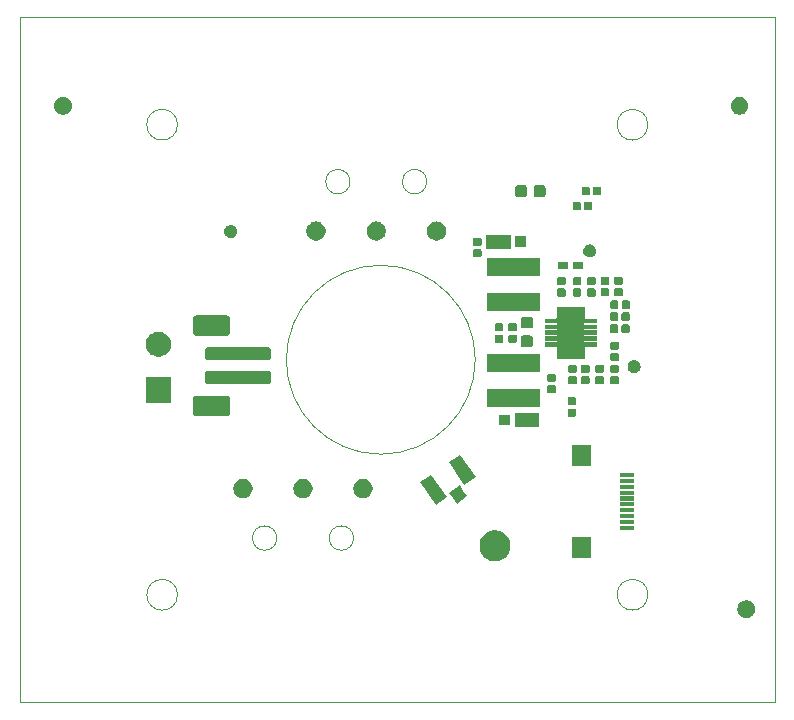
<source format=gbr>
%TF.GenerationSoftware,KiCad,Pcbnew,(5.1.5)-3*%
%TF.CreationDate,2020-08-29T16:56:36-07:00*%
%TF.ProjectId,ypanel,7970616e-656c-42e6-9b69-6361645f7063,rev?*%
%TF.SameCoordinates,Original*%
%TF.FileFunction,Soldermask,Bot*%
%TF.FilePolarity,Negative*%
%FSLAX46Y46*%
G04 Gerber Fmt 4.6, Leading zero omitted, Abs format (unit mm)*
G04 Created by KiCad (PCBNEW (5.1.5)-3) date 2020-08-29 16:56:36*
%MOMM*%
%LPD*%
G04 APERTURE LIST*
%ADD10C,0.100000*%
%ADD11C,0.050000*%
G04 APERTURE END LIST*
D10*
X151587000Y-99000001D02*
G75*
G03X151587000Y-99000001I-8000000J0D01*
G01*
X134779564Y-114100000D02*
G75*
G03X134779564Y-114100000I-1029564J0D01*
G01*
X141279564Y-114100000D02*
G75*
G03X141279564Y-114100000I-1029564J0D01*
G01*
X126375000Y-118900000D02*
G75*
G03X126375000Y-118900000I-1300000J0D01*
G01*
X140979564Y-83920436D02*
G75*
G03X140979564Y-83920436I-1029564J0D01*
G01*
X147479564Y-83920436D02*
G75*
G03X147479564Y-83920436I-1029564J0D01*
G01*
X176975000Y-70000000D02*
X176975000Y-128000000D01*
X166200000Y-118900000D02*
G75*
G03X166200000Y-118900000I-1300000J0D01*
G01*
D11*
X126372800Y-79100000D02*
G75*
G03X126372800Y-79100000I-1300000J0D01*
G01*
D10*
X166195000Y-79102480D02*
G75*
G03X166195000Y-79102480I-1300000J0D01*
G01*
X176975000Y-70000000D02*
X113000000Y-70000000D01*
X113000000Y-128000000D02*
X176975000Y-128000000D01*
X113000000Y-70000000D02*
X113000000Y-128000000D01*
G36*
X174744767Y-119393822D02*
G01*
X174881258Y-119450359D01*
X175004097Y-119532437D01*
X175108563Y-119636903D01*
X175190641Y-119759742D01*
X175247178Y-119896233D01*
X175276000Y-120041131D01*
X175276000Y-120188869D01*
X175247178Y-120333767D01*
X175190641Y-120470258D01*
X175108563Y-120593097D01*
X175004097Y-120697563D01*
X174881258Y-120779641D01*
X174744767Y-120836178D01*
X174599869Y-120865000D01*
X174452131Y-120865000D01*
X174307233Y-120836178D01*
X174170742Y-120779641D01*
X174047903Y-120697563D01*
X173943437Y-120593097D01*
X173861359Y-120470258D01*
X173804822Y-120333767D01*
X173776000Y-120188869D01*
X173776000Y-120041131D01*
X173804822Y-119896233D01*
X173861359Y-119759742D01*
X173943437Y-119636903D01*
X174047903Y-119532437D01*
X174170742Y-119450359D01*
X174307233Y-119393822D01*
X174452131Y-119365000D01*
X174599869Y-119365000D01*
X174744767Y-119393822D01*
G37*
G36*
X153628905Y-113500920D02*
G01*
X153726826Y-113541480D01*
X153865307Y-113598841D01*
X153865308Y-113598842D01*
X154078065Y-113741001D01*
X154258999Y-113921935D01*
X154311828Y-114001000D01*
X154401159Y-114134693D01*
X154499080Y-114371096D01*
X154549000Y-114622060D01*
X154549000Y-114877940D01*
X154499080Y-115128904D01*
X154401159Y-115365307D01*
X154401158Y-115365308D01*
X154258999Y-115578065D01*
X154078065Y-115758999D01*
X153935905Y-115853987D01*
X153865307Y-115901159D01*
X153726826Y-115958520D01*
X153628905Y-115999080D01*
X153377940Y-116049000D01*
X153122060Y-116049000D01*
X152871095Y-115999080D01*
X152773174Y-115958520D01*
X152634693Y-115901159D01*
X152564095Y-115853987D01*
X152421935Y-115758999D01*
X152241001Y-115578065D01*
X152098842Y-115365308D01*
X152098841Y-115365307D01*
X152000920Y-115128904D01*
X151951000Y-114877940D01*
X151951000Y-114622060D01*
X152000920Y-114371096D01*
X152098841Y-114134693D01*
X152188172Y-114001000D01*
X152241001Y-113921935D01*
X152421935Y-113741001D01*
X152634692Y-113598842D01*
X152634693Y-113598841D01*
X152773174Y-113541480D01*
X152871095Y-113500920D01*
X153122060Y-113451000D01*
X153377940Y-113451000D01*
X153628905Y-113500920D01*
G37*
G36*
X161349000Y-115799000D02*
G01*
X159751000Y-115799000D01*
X159751000Y-114001000D01*
X161349000Y-114001000D01*
X161349000Y-115799000D01*
G37*
G36*
X165049000Y-113424000D02*
G01*
X163851000Y-113424000D01*
X163851000Y-113076000D01*
X165049000Y-113076000D01*
X165049000Y-113424000D01*
G37*
G36*
X165049000Y-112924000D02*
G01*
X163851000Y-112924000D01*
X163851000Y-112576000D01*
X165049000Y-112576000D01*
X165049000Y-112924000D01*
G37*
G36*
X165049000Y-112424000D02*
G01*
X163851000Y-112424000D01*
X163851000Y-112076000D01*
X165049000Y-112076000D01*
X165049000Y-112424000D01*
G37*
G36*
X165049000Y-111924000D02*
G01*
X163851000Y-111924000D01*
X163851000Y-111576000D01*
X165049000Y-111576000D01*
X165049000Y-111924000D01*
G37*
G36*
X165049000Y-111424000D02*
G01*
X163851000Y-111424000D01*
X163851000Y-111076000D01*
X165049000Y-111076000D01*
X165049000Y-111424000D01*
G37*
G36*
X149191035Y-110606401D02*
G01*
X148250648Y-111264867D01*
X146932569Y-109382455D01*
X147872956Y-108723989D01*
X149191035Y-110606401D01*
G37*
G36*
X150589767Y-110076000D02*
G01*
X150923703Y-110552910D01*
X150024274Y-111182697D01*
X150024273Y-111182697D01*
X149672165Y-110679834D01*
X149365807Y-110242310D01*
X150265236Y-109612523D01*
X150265237Y-109612523D01*
X150589767Y-110076000D01*
G37*
G36*
X165049000Y-110924000D02*
G01*
X163851000Y-110924000D01*
X163851000Y-110576000D01*
X165049000Y-110576000D01*
X165049000Y-110924000D01*
G37*
G36*
X142212105Y-109099389D02*
G01*
X142316562Y-109120166D01*
X142464151Y-109181300D01*
X142464153Y-109181301D01*
X142508629Y-109211019D01*
X142596983Y-109270055D01*
X142709945Y-109383017D01*
X142798700Y-109515849D01*
X142859834Y-109663438D01*
X142891000Y-109820124D01*
X142891000Y-109979876D01*
X142859834Y-110136562D01*
X142798700Y-110284151D01*
X142709945Y-110416983D01*
X142596983Y-110529945D01*
X142562613Y-110552910D01*
X142464153Y-110618699D01*
X142464152Y-110618700D01*
X142464151Y-110618700D01*
X142316562Y-110679834D01*
X142212105Y-110700611D01*
X142159877Y-110711000D01*
X142000123Y-110711000D01*
X141947895Y-110700611D01*
X141843438Y-110679834D01*
X141695849Y-110618700D01*
X141695848Y-110618700D01*
X141695847Y-110618699D01*
X141597387Y-110552910D01*
X141563017Y-110529945D01*
X141450055Y-110416983D01*
X141361300Y-110284151D01*
X141300166Y-110136562D01*
X141269000Y-109979876D01*
X141269000Y-109820124D01*
X141300166Y-109663438D01*
X141361300Y-109515849D01*
X141450055Y-109383017D01*
X141563017Y-109270055D01*
X141651371Y-109211019D01*
X141695847Y-109181301D01*
X141695849Y-109181300D01*
X141843438Y-109120166D01*
X141947895Y-109099389D01*
X142000123Y-109089000D01*
X142159877Y-109089000D01*
X142212105Y-109099389D01*
G37*
G36*
X137132105Y-109099389D02*
G01*
X137236562Y-109120166D01*
X137384151Y-109181300D01*
X137384153Y-109181301D01*
X137428629Y-109211019D01*
X137516983Y-109270055D01*
X137629945Y-109383017D01*
X137718700Y-109515849D01*
X137779834Y-109663438D01*
X137811000Y-109820124D01*
X137811000Y-109979876D01*
X137779834Y-110136562D01*
X137718700Y-110284151D01*
X137629945Y-110416983D01*
X137516983Y-110529945D01*
X137482613Y-110552910D01*
X137384153Y-110618699D01*
X137384152Y-110618700D01*
X137384151Y-110618700D01*
X137236562Y-110679834D01*
X137132105Y-110700611D01*
X137079877Y-110711000D01*
X136920123Y-110711000D01*
X136867895Y-110700611D01*
X136763438Y-110679834D01*
X136615849Y-110618700D01*
X136615848Y-110618700D01*
X136615847Y-110618699D01*
X136517387Y-110552910D01*
X136483017Y-110529945D01*
X136370055Y-110416983D01*
X136281300Y-110284151D01*
X136220166Y-110136562D01*
X136189000Y-109979876D01*
X136189000Y-109820124D01*
X136220166Y-109663438D01*
X136281300Y-109515849D01*
X136370055Y-109383017D01*
X136483017Y-109270055D01*
X136571371Y-109211019D01*
X136615847Y-109181301D01*
X136615849Y-109181300D01*
X136763438Y-109120166D01*
X136867895Y-109099389D01*
X136920123Y-109089000D01*
X137079877Y-109089000D01*
X137132105Y-109099389D01*
G37*
G36*
X132052105Y-109099389D02*
G01*
X132156562Y-109120166D01*
X132304151Y-109181300D01*
X132304153Y-109181301D01*
X132348629Y-109211019D01*
X132436983Y-109270055D01*
X132549945Y-109383017D01*
X132638700Y-109515849D01*
X132699834Y-109663438D01*
X132731000Y-109820124D01*
X132731000Y-109979876D01*
X132699834Y-110136562D01*
X132638700Y-110284151D01*
X132549945Y-110416983D01*
X132436983Y-110529945D01*
X132402613Y-110552910D01*
X132304153Y-110618699D01*
X132304152Y-110618700D01*
X132304151Y-110618700D01*
X132156562Y-110679834D01*
X132052105Y-110700611D01*
X131999877Y-110711000D01*
X131840123Y-110711000D01*
X131787895Y-110700611D01*
X131683438Y-110679834D01*
X131535849Y-110618700D01*
X131535848Y-110618700D01*
X131535847Y-110618699D01*
X131437387Y-110552910D01*
X131403017Y-110529945D01*
X131290055Y-110416983D01*
X131201300Y-110284151D01*
X131140166Y-110136562D01*
X131109000Y-109979876D01*
X131109000Y-109820124D01*
X131140166Y-109663438D01*
X131201300Y-109515849D01*
X131290055Y-109383017D01*
X131403017Y-109270055D01*
X131491371Y-109211019D01*
X131535847Y-109181301D01*
X131535849Y-109181300D01*
X131683438Y-109120166D01*
X131787895Y-109099389D01*
X131840123Y-109089000D01*
X131999877Y-109089000D01*
X132052105Y-109099389D01*
G37*
G36*
X165049000Y-110424000D02*
G01*
X163851000Y-110424000D01*
X163851000Y-110076000D01*
X165049000Y-110076000D01*
X165049000Y-110424000D01*
G37*
G36*
X165049000Y-109924000D02*
G01*
X163851000Y-109924000D01*
X163851000Y-109576000D01*
X165049000Y-109576000D01*
X165049000Y-109924000D01*
G37*
G36*
X151607533Y-108914351D02*
G01*
X150667146Y-109572817D01*
X149349067Y-107690405D01*
X150289454Y-107031939D01*
X151607533Y-108914351D01*
G37*
G36*
X165049000Y-109424000D02*
G01*
X163851000Y-109424000D01*
X163851000Y-109076000D01*
X165049000Y-109076000D01*
X165049000Y-109424000D01*
G37*
G36*
X165049000Y-108924000D02*
G01*
X163851000Y-108924000D01*
X163851000Y-108576000D01*
X165049000Y-108576000D01*
X165049000Y-108924000D01*
G37*
G36*
X161349000Y-107999000D02*
G01*
X159751000Y-107999000D01*
X159751000Y-106201000D01*
X161349000Y-106201000D01*
X161349000Y-107999000D01*
G37*
G36*
X157012380Y-104695820D02*
G01*
X154914380Y-104695820D01*
X154914380Y-103497820D01*
X157012380Y-103497820D01*
X157012380Y-104695820D01*
G37*
G36*
X154512380Y-104545820D02*
G01*
X153614380Y-104545820D01*
X153614380Y-103647820D01*
X154512380Y-103647820D01*
X154512380Y-104545820D01*
G37*
G36*
X160016433Y-103141064D02*
G01*
X160044010Y-103149430D01*
X160069423Y-103163014D01*
X160091702Y-103181298D01*
X160109986Y-103203577D01*
X160123570Y-103228990D01*
X160131936Y-103256567D01*
X160135000Y-103287684D01*
X160135000Y-103676316D01*
X160131936Y-103707433D01*
X160123570Y-103735010D01*
X160109986Y-103760423D01*
X160091702Y-103782702D01*
X160069423Y-103800986D01*
X160044010Y-103814570D01*
X160016433Y-103822936D01*
X159985316Y-103826000D01*
X159546684Y-103826000D01*
X159515567Y-103822936D01*
X159487990Y-103814570D01*
X159462577Y-103800986D01*
X159440298Y-103782702D01*
X159422014Y-103760423D01*
X159408430Y-103735010D01*
X159400064Y-103707433D01*
X159397000Y-103676316D01*
X159397000Y-103287684D01*
X159400064Y-103256567D01*
X159408430Y-103228990D01*
X159422014Y-103203577D01*
X159440298Y-103181298D01*
X159462577Y-103163014D01*
X159487990Y-103149430D01*
X159515567Y-103141064D01*
X159546684Y-103138000D01*
X159985316Y-103138000D01*
X160016433Y-103141064D01*
G37*
G36*
X130612792Y-102055679D02*
G01*
X130656137Y-102068828D01*
X130696079Y-102090177D01*
X130731090Y-102118910D01*
X130759823Y-102153921D01*
X130781172Y-102193863D01*
X130794321Y-102237208D01*
X130799000Y-102284717D01*
X130799000Y-103515283D01*
X130794321Y-103562792D01*
X130781172Y-103606137D01*
X130759823Y-103646079D01*
X130731090Y-103681090D01*
X130696079Y-103709823D01*
X130656137Y-103731172D01*
X130612792Y-103744321D01*
X130565283Y-103749000D01*
X127934717Y-103749000D01*
X127887208Y-103744321D01*
X127843863Y-103731172D01*
X127803921Y-103709823D01*
X127768910Y-103681090D01*
X127740177Y-103646079D01*
X127718828Y-103606137D01*
X127705679Y-103562792D01*
X127701000Y-103515283D01*
X127701000Y-102284717D01*
X127705679Y-102237208D01*
X127718828Y-102193863D01*
X127740177Y-102153921D01*
X127768910Y-102118910D01*
X127803921Y-102090177D01*
X127843863Y-102068828D01*
X127887208Y-102055679D01*
X127934717Y-102051000D01*
X130565283Y-102051000D01*
X130612792Y-102055679D01*
G37*
G36*
X157102120Y-103010600D02*
G01*
X152580920Y-103010600D01*
X152580920Y-101448500D01*
X157102120Y-101448500D01*
X157102120Y-103010600D01*
G37*
G36*
X160016433Y-102171064D02*
G01*
X160044010Y-102179430D01*
X160069423Y-102193014D01*
X160091702Y-102211298D01*
X160109986Y-102233577D01*
X160123570Y-102258990D01*
X160131936Y-102286567D01*
X160135000Y-102317684D01*
X160135000Y-102706316D01*
X160131936Y-102737433D01*
X160123570Y-102765010D01*
X160109986Y-102790423D01*
X160091702Y-102812702D01*
X160069423Y-102830986D01*
X160044010Y-102844570D01*
X160016433Y-102852936D01*
X159985316Y-102856000D01*
X159546684Y-102856000D01*
X159515567Y-102852936D01*
X159487990Y-102844570D01*
X159462577Y-102830986D01*
X159440298Y-102812702D01*
X159422014Y-102790423D01*
X159408430Y-102765010D01*
X159400064Y-102737433D01*
X159397000Y-102706316D01*
X159397000Y-102317684D01*
X159400064Y-102286567D01*
X159408430Y-102258990D01*
X159422014Y-102233577D01*
X159440298Y-102211298D01*
X159462577Y-102193014D01*
X159487990Y-102179430D01*
X159515567Y-102171064D01*
X159546684Y-102168000D01*
X159985316Y-102168000D01*
X160016433Y-102171064D01*
G37*
G36*
X125844300Y-102626160D02*
G01*
X123685300Y-102626160D01*
X123685300Y-100467160D01*
X125844300Y-100467160D01*
X125844300Y-102626160D01*
G37*
G36*
X158297433Y-101159564D02*
G01*
X158325010Y-101167930D01*
X158350423Y-101181514D01*
X158372702Y-101199798D01*
X158390986Y-101222077D01*
X158404570Y-101247490D01*
X158412936Y-101275067D01*
X158416000Y-101306184D01*
X158416000Y-101694816D01*
X158412936Y-101725933D01*
X158404570Y-101753510D01*
X158390986Y-101778923D01*
X158372702Y-101801202D01*
X158350423Y-101819486D01*
X158325010Y-101833070D01*
X158297433Y-101841436D01*
X158266316Y-101844500D01*
X157827684Y-101844500D01*
X157796567Y-101841436D01*
X157768990Y-101833070D01*
X157743577Y-101819486D01*
X157721298Y-101801202D01*
X157703014Y-101778923D01*
X157689430Y-101753510D01*
X157681064Y-101725933D01*
X157678000Y-101694816D01*
X157678000Y-101306184D01*
X157681064Y-101275067D01*
X157689430Y-101247490D01*
X157703014Y-101222077D01*
X157721298Y-101199798D01*
X157743577Y-101181514D01*
X157768990Y-101167930D01*
X157796567Y-101159564D01*
X157827684Y-101156500D01*
X158266316Y-101156500D01*
X158297433Y-101159564D01*
G37*
G36*
X160075433Y-100397564D02*
G01*
X160103010Y-100405930D01*
X160128423Y-100419514D01*
X160150702Y-100437798D01*
X160168986Y-100460077D01*
X160182570Y-100485490D01*
X160190936Y-100513067D01*
X160194000Y-100544184D01*
X160194000Y-100932816D01*
X160190936Y-100963933D01*
X160182570Y-100991510D01*
X160168986Y-101016923D01*
X160150702Y-101039202D01*
X160128423Y-101057486D01*
X160103010Y-101071070D01*
X160075433Y-101079436D01*
X160044316Y-101082500D01*
X159605684Y-101082500D01*
X159574567Y-101079436D01*
X159546990Y-101071070D01*
X159521577Y-101057486D01*
X159499298Y-101039202D01*
X159481014Y-101016923D01*
X159467430Y-100991510D01*
X159459064Y-100963933D01*
X159456000Y-100932816D01*
X159456000Y-100544184D01*
X159459064Y-100513067D01*
X159467430Y-100485490D01*
X159481014Y-100460077D01*
X159499298Y-100437798D01*
X159521577Y-100419514D01*
X159546990Y-100405930D01*
X159574567Y-100397564D01*
X159605684Y-100394500D01*
X160044316Y-100394500D01*
X160075433Y-100397564D01*
G37*
G36*
X163631433Y-100397564D02*
G01*
X163659010Y-100405930D01*
X163684423Y-100419514D01*
X163706702Y-100437798D01*
X163724986Y-100460077D01*
X163738570Y-100485490D01*
X163746936Y-100513067D01*
X163750000Y-100544184D01*
X163750000Y-100932816D01*
X163746936Y-100963933D01*
X163738570Y-100991510D01*
X163724986Y-101016923D01*
X163706702Y-101039202D01*
X163684423Y-101057486D01*
X163659010Y-101071070D01*
X163631433Y-101079436D01*
X163600316Y-101082500D01*
X163161684Y-101082500D01*
X163130567Y-101079436D01*
X163102990Y-101071070D01*
X163077577Y-101057486D01*
X163055298Y-101039202D01*
X163037014Y-101016923D01*
X163023430Y-100991510D01*
X163015064Y-100963933D01*
X163012000Y-100932816D01*
X163012000Y-100544184D01*
X163015064Y-100513067D01*
X163023430Y-100485490D01*
X163037014Y-100460077D01*
X163055298Y-100437798D01*
X163077577Y-100419514D01*
X163102990Y-100405930D01*
X163130567Y-100397564D01*
X163161684Y-100394500D01*
X163600316Y-100394500D01*
X163631433Y-100397564D01*
G37*
G36*
X161150433Y-100394064D02*
G01*
X161178010Y-100402430D01*
X161203423Y-100416014D01*
X161225702Y-100434298D01*
X161243986Y-100456577D01*
X161257570Y-100481990D01*
X161265936Y-100509567D01*
X161269000Y-100540684D01*
X161269000Y-100929316D01*
X161265936Y-100960433D01*
X161257570Y-100988010D01*
X161243986Y-101013423D01*
X161225702Y-101035702D01*
X161203423Y-101053986D01*
X161178010Y-101067570D01*
X161150433Y-101075936D01*
X161119316Y-101079000D01*
X160680684Y-101079000D01*
X160649567Y-101075936D01*
X160621990Y-101067570D01*
X160596577Y-101053986D01*
X160574298Y-101035702D01*
X160556014Y-101013423D01*
X160542430Y-100988010D01*
X160534064Y-100960433D01*
X160531000Y-100929316D01*
X160531000Y-100540684D01*
X160534064Y-100509567D01*
X160542430Y-100481990D01*
X160556014Y-100456577D01*
X160574298Y-100434298D01*
X160596577Y-100416014D01*
X160621990Y-100402430D01*
X160649567Y-100394064D01*
X160680684Y-100391000D01*
X161119316Y-100391000D01*
X161150433Y-100394064D01*
G37*
G36*
X162365933Y-100394064D02*
G01*
X162393510Y-100402430D01*
X162418923Y-100416014D01*
X162441202Y-100434298D01*
X162459486Y-100456577D01*
X162473070Y-100481990D01*
X162481436Y-100509567D01*
X162484500Y-100540684D01*
X162484500Y-100929316D01*
X162481436Y-100960433D01*
X162473070Y-100988010D01*
X162459486Y-101013423D01*
X162441202Y-101035702D01*
X162418923Y-101053986D01*
X162393510Y-101067570D01*
X162365933Y-101075936D01*
X162334816Y-101079000D01*
X161896184Y-101079000D01*
X161865067Y-101075936D01*
X161837490Y-101067570D01*
X161812077Y-101053986D01*
X161789798Y-101035702D01*
X161771514Y-101013423D01*
X161757930Y-100988010D01*
X161749564Y-100960433D01*
X161746500Y-100929316D01*
X161746500Y-100540684D01*
X161749564Y-100509567D01*
X161757930Y-100481990D01*
X161771514Y-100456577D01*
X161789798Y-100434298D01*
X161812077Y-100416014D01*
X161837490Y-100402430D01*
X161865067Y-100394064D01*
X161896184Y-100391000D01*
X162334816Y-100391000D01*
X162365933Y-100394064D01*
G37*
G36*
X134097927Y-99956034D02*
G01*
X134144736Y-99970233D01*
X134187871Y-99993290D01*
X134225681Y-100024319D01*
X134256710Y-100062129D01*
X134279767Y-100105264D01*
X134293966Y-100152073D01*
X134299000Y-100203186D01*
X134299000Y-100796814D01*
X134293966Y-100847927D01*
X134279767Y-100894736D01*
X134256710Y-100937871D01*
X134225681Y-100975681D01*
X134187871Y-101006710D01*
X134144736Y-101029767D01*
X134097927Y-101043966D01*
X134046814Y-101049000D01*
X128953186Y-101049000D01*
X128902073Y-101043966D01*
X128855264Y-101029767D01*
X128812129Y-101006710D01*
X128774319Y-100975681D01*
X128743290Y-100937871D01*
X128720233Y-100894736D01*
X128706034Y-100847927D01*
X128701000Y-100796814D01*
X128701000Y-100203186D01*
X128706034Y-100152073D01*
X128720233Y-100105264D01*
X128743290Y-100062129D01*
X128774319Y-100024319D01*
X128812129Y-99993290D01*
X128855264Y-99970233D01*
X128902073Y-99956034D01*
X128953186Y-99951000D01*
X134046814Y-99951000D01*
X134097927Y-99956034D01*
G37*
G36*
X158297433Y-100189564D02*
G01*
X158325010Y-100197930D01*
X158350423Y-100211514D01*
X158372702Y-100229798D01*
X158390986Y-100252077D01*
X158404570Y-100277490D01*
X158412936Y-100305067D01*
X158416000Y-100336184D01*
X158416000Y-100724816D01*
X158412936Y-100755933D01*
X158404570Y-100783510D01*
X158390986Y-100808923D01*
X158372702Y-100831202D01*
X158350423Y-100849486D01*
X158325010Y-100863070D01*
X158297433Y-100871436D01*
X158266316Y-100874500D01*
X157827684Y-100874500D01*
X157796567Y-100871436D01*
X157768990Y-100863070D01*
X157743577Y-100849486D01*
X157721298Y-100831202D01*
X157703014Y-100808923D01*
X157689430Y-100783510D01*
X157681064Y-100755933D01*
X157678000Y-100724816D01*
X157678000Y-100336184D01*
X157681064Y-100305067D01*
X157689430Y-100277490D01*
X157703014Y-100252077D01*
X157721298Y-100229798D01*
X157743577Y-100211514D01*
X157768990Y-100197930D01*
X157796567Y-100189564D01*
X157827684Y-100186500D01*
X158266316Y-100186500D01*
X158297433Y-100189564D01*
G37*
G36*
X165117088Y-99024275D02*
G01*
X165196640Y-99040098D01*
X165296548Y-99081482D01*
X165386468Y-99141564D01*
X165462936Y-99218032D01*
X165523018Y-99307952D01*
X165564402Y-99407860D01*
X165575628Y-99464298D01*
X165585115Y-99511990D01*
X165585500Y-99513929D01*
X165585500Y-99622071D01*
X165564402Y-99728140D01*
X165523018Y-99828048D01*
X165462936Y-99917968D01*
X165386468Y-99994436D01*
X165296548Y-100054518D01*
X165196640Y-100095902D01*
X165117088Y-100111726D01*
X165090572Y-100117000D01*
X164982428Y-100117000D01*
X164955912Y-100111726D01*
X164876360Y-100095902D01*
X164776452Y-100054518D01*
X164686532Y-99994436D01*
X164610064Y-99917968D01*
X164549982Y-99828048D01*
X164508598Y-99728140D01*
X164487500Y-99622071D01*
X164487500Y-99513929D01*
X164487886Y-99511990D01*
X164497372Y-99464298D01*
X164508598Y-99407860D01*
X164549982Y-99307952D01*
X164610064Y-99218032D01*
X164686532Y-99141564D01*
X164776452Y-99081482D01*
X164876360Y-99040098D01*
X164955912Y-99024275D01*
X164982428Y-99019000D01*
X165090572Y-99019000D01*
X165117088Y-99024275D01*
G37*
G36*
X163631433Y-99427564D02*
G01*
X163659010Y-99435930D01*
X163684423Y-99449514D01*
X163706702Y-99467798D01*
X163724986Y-99490077D01*
X163738570Y-99515490D01*
X163746936Y-99543067D01*
X163750000Y-99574184D01*
X163750000Y-99962816D01*
X163746936Y-99993933D01*
X163738570Y-100021510D01*
X163724986Y-100046923D01*
X163706702Y-100069202D01*
X163684423Y-100087486D01*
X163659010Y-100101070D01*
X163631433Y-100109436D01*
X163600316Y-100112500D01*
X163161684Y-100112500D01*
X163130567Y-100109436D01*
X163102990Y-100101070D01*
X163077577Y-100087486D01*
X163055298Y-100069202D01*
X163037014Y-100046923D01*
X163023430Y-100021510D01*
X163015064Y-99993933D01*
X163012000Y-99962816D01*
X163012000Y-99574184D01*
X163015064Y-99543067D01*
X163023430Y-99515490D01*
X163037014Y-99490077D01*
X163055298Y-99467798D01*
X163077577Y-99449514D01*
X163102990Y-99435930D01*
X163130567Y-99427564D01*
X163161684Y-99424500D01*
X163600316Y-99424500D01*
X163631433Y-99427564D01*
G37*
G36*
X160075433Y-99427564D02*
G01*
X160103010Y-99435930D01*
X160128423Y-99449514D01*
X160150702Y-99467798D01*
X160168986Y-99490077D01*
X160182570Y-99515490D01*
X160190936Y-99543067D01*
X160194000Y-99574184D01*
X160194000Y-99962816D01*
X160190936Y-99993933D01*
X160182570Y-100021510D01*
X160168986Y-100046923D01*
X160150702Y-100069202D01*
X160128423Y-100087486D01*
X160103010Y-100101070D01*
X160075433Y-100109436D01*
X160044316Y-100112500D01*
X159605684Y-100112500D01*
X159574567Y-100109436D01*
X159546990Y-100101070D01*
X159521577Y-100087486D01*
X159499298Y-100069202D01*
X159481014Y-100046923D01*
X159467430Y-100021510D01*
X159459064Y-99993933D01*
X159456000Y-99962816D01*
X159456000Y-99574184D01*
X159459064Y-99543067D01*
X159467430Y-99515490D01*
X159481014Y-99490077D01*
X159499298Y-99467798D01*
X159521577Y-99449514D01*
X159546990Y-99435930D01*
X159574567Y-99427564D01*
X159605684Y-99424500D01*
X160044316Y-99424500D01*
X160075433Y-99427564D01*
G37*
G36*
X161150433Y-99424064D02*
G01*
X161178010Y-99432430D01*
X161203423Y-99446014D01*
X161225702Y-99464298D01*
X161243986Y-99486577D01*
X161257570Y-99511990D01*
X161265936Y-99539567D01*
X161269000Y-99570684D01*
X161269000Y-99959316D01*
X161265936Y-99990433D01*
X161257570Y-100018010D01*
X161243986Y-100043423D01*
X161225702Y-100065702D01*
X161203423Y-100083986D01*
X161178010Y-100097570D01*
X161150433Y-100105936D01*
X161119316Y-100109000D01*
X160680684Y-100109000D01*
X160649567Y-100105936D01*
X160621990Y-100097570D01*
X160596577Y-100083986D01*
X160574298Y-100065702D01*
X160556014Y-100043423D01*
X160542430Y-100018010D01*
X160534064Y-99990433D01*
X160531000Y-99959316D01*
X160531000Y-99570684D01*
X160534064Y-99539567D01*
X160542430Y-99511990D01*
X160556014Y-99486577D01*
X160574298Y-99464298D01*
X160596577Y-99446014D01*
X160621990Y-99432430D01*
X160649567Y-99424064D01*
X160680684Y-99421000D01*
X161119316Y-99421000D01*
X161150433Y-99424064D01*
G37*
G36*
X162365933Y-99424064D02*
G01*
X162393510Y-99432430D01*
X162418923Y-99446014D01*
X162441202Y-99464298D01*
X162459486Y-99486577D01*
X162473070Y-99511990D01*
X162481436Y-99539567D01*
X162484500Y-99570684D01*
X162484500Y-99959316D01*
X162481436Y-99990433D01*
X162473070Y-100018010D01*
X162459486Y-100043423D01*
X162441202Y-100065702D01*
X162418923Y-100083986D01*
X162393510Y-100097570D01*
X162365933Y-100105936D01*
X162334816Y-100109000D01*
X161896184Y-100109000D01*
X161865067Y-100105936D01*
X161837490Y-100097570D01*
X161812077Y-100083986D01*
X161789798Y-100065702D01*
X161771514Y-100043423D01*
X161757930Y-100018010D01*
X161749564Y-99990433D01*
X161746500Y-99959316D01*
X161746500Y-99570684D01*
X161749564Y-99539567D01*
X161757930Y-99511990D01*
X161771514Y-99486577D01*
X161789798Y-99464298D01*
X161812077Y-99446014D01*
X161837490Y-99432430D01*
X161865067Y-99424064D01*
X161896184Y-99421000D01*
X162334816Y-99421000D01*
X162365933Y-99424064D01*
G37*
G36*
X157102120Y-100051500D02*
G01*
X152580920Y-100051500D01*
X152580920Y-98489400D01*
X157102120Y-98489400D01*
X157102120Y-100051500D01*
G37*
G36*
X163631433Y-98442064D02*
G01*
X163659010Y-98450430D01*
X163684423Y-98464014D01*
X163706702Y-98482298D01*
X163724986Y-98504577D01*
X163738570Y-98529990D01*
X163746936Y-98557567D01*
X163750000Y-98588684D01*
X163750000Y-98977316D01*
X163746936Y-99008433D01*
X163738570Y-99036010D01*
X163724986Y-99061423D01*
X163706702Y-99083702D01*
X163684423Y-99101986D01*
X163659010Y-99115570D01*
X163631433Y-99123936D01*
X163600316Y-99127000D01*
X163161684Y-99127000D01*
X163130567Y-99123936D01*
X163102990Y-99115570D01*
X163077577Y-99101986D01*
X163055298Y-99083702D01*
X163037014Y-99061423D01*
X163023430Y-99036010D01*
X163015064Y-99008433D01*
X163012000Y-98977316D01*
X163012000Y-98588684D01*
X163015064Y-98557567D01*
X163023430Y-98529990D01*
X163037014Y-98504577D01*
X163055298Y-98482298D01*
X163077577Y-98464014D01*
X163102990Y-98450430D01*
X163130567Y-98442064D01*
X163161684Y-98439000D01*
X163600316Y-98439000D01*
X163631433Y-98442064D01*
G37*
G36*
X134097927Y-97956034D02*
G01*
X134144736Y-97970233D01*
X134187871Y-97993290D01*
X134225681Y-98024319D01*
X134256710Y-98062129D01*
X134279767Y-98105264D01*
X134293966Y-98152073D01*
X134299000Y-98203186D01*
X134299000Y-98796814D01*
X134293966Y-98847927D01*
X134279767Y-98894736D01*
X134256710Y-98937871D01*
X134225681Y-98975681D01*
X134187871Y-99006710D01*
X134144736Y-99029767D01*
X134097927Y-99043966D01*
X134046814Y-99049000D01*
X128953186Y-99049000D01*
X128902073Y-99043966D01*
X128855264Y-99029767D01*
X128812129Y-99006710D01*
X128774319Y-98975681D01*
X128743290Y-98937871D01*
X128720233Y-98894736D01*
X128706034Y-98847927D01*
X128701000Y-98796814D01*
X128701000Y-98203186D01*
X128706034Y-98152073D01*
X128720233Y-98105264D01*
X128743290Y-98062129D01*
X128774319Y-98024319D01*
X128812129Y-97993290D01*
X128855264Y-97970233D01*
X128902073Y-97956034D01*
X128953186Y-97951000D01*
X134046814Y-97951000D01*
X134097927Y-97956034D01*
G37*
G36*
X158869844Y-95547161D02*
G01*
X158870795Y-95556818D01*
X158873612Y-95566103D01*
X158878186Y-95574661D01*
X158884342Y-95582162D01*
X158891843Y-95588318D01*
X158900401Y-95592892D01*
X158909686Y-95595709D01*
X158919343Y-95596660D01*
X158922345Y-95596660D01*
X158932002Y-95595709D01*
X158941287Y-95592892D01*
X158949845Y-95588318D01*
X158957346Y-95582162D01*
X158963502Y-95574661D01*
X158968076Y-95566103D01*
X158970893Y-95556818D01*
X158971844Y-95547161D01*
X158971844Y-94521660D01*
X159369844Y-94521660D01*
X159369844Y-95547161D01*
X159370795Y-95556818D01*
X159373612Y-95566103D01*
X159378186Y-95574661D01*
X159384342Y-95582162D01*
X159391843Y-95588318D01*
X159400401Y-95592892D01*
X159409686Y-95595709D01*
X159419343Y-95596660D01*
X159422345Y-95596660D01*
X159432002Y-95595709D01*
X159441287Y-95592892D01*
X159449845Y-95588318D01*
X159457346Y-95582162D01*
X159463502Y-95574661D01*
X159468076Y-95566103D01*
X159470893Y-95556818D01*
X159471844Y-95547161D01*
X159471844Y-94521660D01*
X159869844Y-94521660D01*
X159869844Y-95547161D01*
X159870795Y-95556818D01*
X159873612Y-95566103D01*
X159878186Y-95574661D01*
X159884342Y-95582162D01*
X159891843Y-95588318D01*
X159900401Y-95592892D01*
X159909686Y-95595709D01*
X159919343Y-95596660D01*
X159922345Y-95596660D01*
X159932002Y-95595709D01*
X159941287Y-95592892D01*
X159949845Y-95588318D01*
X159957346Y-95582162D01*
X159963502Y-95574661D01*
X159968076Y-95566103D01*
X159970893Y-95556818D01*
X159971844Y-95547161D01*
X159971844Y-94521660D01*
X160369844Y-94521660D01*
X160369844Y-95547161D01*
X160370795Y-95556818D01*
X160373612Y-95566103D01*
X160378186Y-95574661D01*
X160384342Y-95582162D01*
X160391843Y-95588318D01*
X160400401Y-95592892D01*
X160409686Y-95595709D01*
X160419343Y-95596660D01*
X160422345Y-95596660D01*
X160432002Y-95595709D01*
X160441287Y-95592892D01*
X160449845Y-95588318D01*
X160457346Y-95582162D01*
X160463502Y-95574661D01*
X160468076Y-95566103D01*
X160470893Y-95556818D01*
X160471844Y-95547161D01*
X160471844Y-94521660D01*
X160869844Y-94521660D01*
X160869844Y-95472161D01*
X160870795Y-95481818D01*
X160873612Y-95491103D01*
X160878186Y-95499661D01*
X160884342Y-95507162D01*
X160891843Y-95513318D01*
X160900401Y-95517892D01*
X160909686Y-95520709D01*
X160919343Y-95521660D01*
X161869844Y-95521660D01*
X161869844Y-95919660D01*
X160844343Y-95919660D01*
X160834686Y-95920611D01*
X160825401Y-95923428D01*
X160816843Y-95928002D01*
X160809342Y-95934158D01*
X160803186Y-95941659D01*
X160798612Y-95950217D01*
X160795795Y-95959502D01*
X160794844Y-95969159D01*
X160794844Y-95972161D01*
X160795795Y-95981818D01*
X160798612Y-95991103D01*
X160803186Y-95999661D01*
X160809342Y-96007162D01*
X160816843Y-96013318D01*
X160825401Y-96017892D01*
X160834686Y-96020709D01*
X160844343Y-96021660D01*
X161869844Y-96021660D01*
X161869844Y-96419660D01*
X160844343Y-96419660D01*
X160834686Y-96420611D01*
X160825401Y-96423428D01*
X160816843Y-96428002D01*
X160809342Y-96434158D01*
X160803186Y-96441659D01*
X160798612Y-96450217D01*
X160795795Y-96459502D01*
X160794844Y-96469159D01*
X160794844Y-96472161D01*
X160795795Y-96481818D01*
X160798612Y-96491103D01*
X160803186Y-96499661D01*
X160809342Y-96507162D01*
X160816843Y-96513318D01*
X160825401Y-96517892D01*
X160834686Y-96520709D01*
X160844343Y-96521660D01*
X161869844Y-96521660D01*
X161869844Y-96919660D01*
X160844343Y-96919660D01*
X160834686Y-96920611D01*
X160825401Y-96923428D01*
X160816843Y-96928002D01*
X160809342Y-96934158D01*
X160803186Y-96941659D01*
X160798612Y-96950217D01*
X160795795Y-96959502D01*
X160794844Y-96969159D01*
X160794844Y-96972161D01*
X160795795Y-96981818D01*
X160798612Y-96991103D01*
X160803186Y-96999661D01*
X160809342Y-97007162D01*
X160816843Y-97013318D01*
X160825401Y-97017892D01*
X160834686Y-97020709D01*
X160844343Y-97021660D01*
X161869844Y-97021660D01*
X161869844Y-97419660D01*
X160844343Y-97419660D01*
X160834686Y-97420611D01*
X160825401Y-97423428D01*
X160816843Y-97428002D01*
X160809342Y-97434158D01*
X160803186Y-97441659D01*
X160798612Y-97450217D01*
X160795795Y-97459502D01*
X160794844Y-97469159D01*
X160794844Y-97472161D01*
X160795795Y-97481818D01*
X160798612Y-97491103D01*
X160803186Y-97499661D01*
X160809342Y-97507162D01*
X160816843Y-97513318D01*
X160825401Y-97517892D01*
X160834686Y-97520709D01*
X160844343Y-97521660D01*
X161869844Y-97521660D01*
X161869844Y-97919660D01*
X160919343Y-97919660D01*
X160909686Y-97920611D01*
X160900401Y-97923428D01*
X160891843Y-97928002D01*
X160884342Y-97934158D01*
X160878186Y-97941659D01*
X160873612Y-97950217D01*
X160870795Y-97959502D01*
X160869844Y-97969159D01*
X160869844Y-98919660D01*
X160471844Y-98919660D01*
X160471844Y-97894159D01*
X160470893Y-97884502D01*
X160468076Y-97875217D01*
X160463502Y-97866659D01*
X160457346Y-97859158D01*
X160449845Y-97853002D01*
X160441287Y-97848428D01*
X160432002Y-97845611D01*
X160422345Y-97844660D01*
X160419343Y-97844660D01*
X160409686Y-97845611D01*
X160400401Y-97848428D01*
X160391843Y-97853002D01*
X160384342Y-97859158D01*
X160378186Y-97866659D01*
X160373612Y-97875217D01*
X160370795Y-97884502D01*
X160369844Y-97894159D01*
X160369844Y-98919660D01*
X159971844Y-98919660D01*
X159971844Y-97894159D01*
X159970893Y-97884502D01*
X159968076Y-97875217D01*
X159963502Y-97866659D01*
X159957346Y-97859158D01*
X159949845Y-97853002D01*
X159941287Y-97848428D01*
X159932002Y-97845611D01*
X159922345Y-97844660D01*
X159919343Y-97844660D01*
X159909686Y-97845611D01*
X159900401Y-97848428D01*
X159891843Y-97853002D01*
X159884342Y-97859158D01*
X159878186Y-97866659D01*
X159873612Y-97875217D01*
X159870795Y-97884502D01*
X159869844Y-97894159D01*
X159869844Y-98919660D01*
X159471844Y-98919660D01*
X159471844Y-97894159D01*
X159470893Y-97884502D01*
X159468076Y-97875217D01*
X159463502Y-97866659D01*
X159457346Y-97859158D01*
X159449845Y-97853002D01*
X159441287Y-97848428D01*
X159432002Y-97845611D01*
X159422345Y-97844660D01*
X159419343Y-97844660D01*
X159409686Y-97845611D01*
X159400401Y-97848428D01*
X159391843Y-97853002D01*
X159384342Y-97859158D01*
X159378186Y-97866659D01*
X159373612Y-97875217D01*
X159370795Y-97884502D01*
X159369844Y-97894159D01*
X159369844Y-98919660D01*
X158971844Y-98919660D01*
X158971844Y-97894159D01*
X158970893Y-97884502D01*
X158968076Y-97875217D01*
X158963502Y-97866659D01*
X158957346Y-97859158D01*
X158949845Y-97853002D01*
X158941287Y-97848428D01*
X158932002Y-97845611D01*
X158922345Y-97844660D01*
X158919343Y-97844660D01*
X158909686Y-97845611D01*
X158900401Y-97848428D01*
X158891843Y-97853002D01*
X158884342Y-97859158D01*
X158878186Y-97866659D01*
X158873612Y-97875217D01*
X158870795Y-97884502D01*
X158869844Y-97894159D01*
X158869844Y-98919660D01*
X158471844Y-98919660D01*
X158471844Y-97969159D01*
X158470893Y-97959502D01*
X158468076Y-97950217D01*
X158463502Y-97941659D01*
X158457346Y-97934158D01*
X158449845Y-97928002D01*
X158441287Y-97923428D01*
X158432002Y-97920611D01*
X158422345Y-97919660D01*
X157471844Y-97919660D01*
X157471844Y-97521660D01*
X158497345Y-97521660D01*
X158507002Y-97520709D01*
X158516287Y-97517892D01*
X158524845Y-97513318D01*
X158532346Y-97507162D01*
X158538502Y-97499661D01*
X158543076Y-97491103D01*
X158545893Y-97481818D01*
X158546844Y-97472161D01*
X158546844Y-97469159D01*
X158545893Y-97459502D01*
X158543076Y-97450217D01*
X158538502Y-97441659D01*
X158532346Y-97434158D01*
X158524845Y-97428002D01*
X158516287Y-97423428D01*
X158507002Y-97420611D01*
X158497345Y-97419660D01*
X157471844Y-97419660D01*
X157471844Y-97021660D01*
X158497345Y-97021660D01*
X158507002Y-97020709D01*
X158516287Y-97017892D01*
X158524845Y-97013318D01*
X158532346Y-97007162D01*
X158538502Y-96999661D01*
X158543076Y-96991103D01*
X158545893Y-96981818D01*
X158546844Y-96972161D01*
X158546844Y-96969159D01*
X158545893Y-96959502D01*
X158543076Y-96950217D01*
X158538502Y-96941659D01*
X158532346Y-96934158D01*
X158524845Y-96928002D01*
X158516287Y-96923428D01*
X158507002Y-96920611D01*
X158497345Y-96919660D01*
X157471844Y-96919660D01*
X157471844Y-96521660D01*
X158497345Y-96521660D01*
X158507002Y-96520709D01*
X158516287Y-96517892D01*
X158524845Y-96513318D01*
X158532346Y-96507162D01*
X158538502Y-96499661D01*
X158543076Y-96491103D01*
X158545893Y-96481818D01*
X158546844Y-96472161D01*
X158546844Y-96469159D01*
X158545893Y-96459502D01*
X158543076Y-96450217D01*
X158538502Y-96441659D01*
X158532346Y-96434158D01*
X158524845Y-96428002D01*
X158516287Y-96423428D01*
X158507002Y-96420611D01*
X158497345Y-96419660D01*
X157471844Y-96419660D01*
X157471844Y-96021660D01*
X158497345Y-96021660D01*
X158507002Y-96020709D01*
X158516287Y-96017892D01*
X158524845Y-96013318D01*
X158532346Y-96007162D01*
X158538502Y-95999661D01*
X158543076Y-95991103D01*
X158545893Y-95981818D01*
X158546844Y-95972161D01*
X158546844Y-95969159D01*
X158545893Y-95959502D01*
X158543076Y-95950217D01*
X158538502Y-95941659D01*
X158532346Y-95934158D01*
X158524845Y-95928002D01*
X158516287Y-95923428D01*
X158507002Y-95920611D01*
X158497345Y-95919660D01*
X157471844Y-95919660D01*
X157471844Y-95521660D01*
X158422345Y-95521660D01*
X158432002Y-95520709D01*
X158441287Y-95517892D01*
X158449845Y-95513318D01*
X158457346Y-95507162D01*
X158463502Y-95499661D01*
X158468076Y-95491103D01*
X158470893Y-95481818D01*
X158471844Y-95472161D01*
X158471844Y-94521660D01*
X158869844Y-94521660D01*
X158869844Y-95547161D01*
G37*
G36*
X125075451Y-96666987D02*
G01*
X125240729Y-96735448D01*
X125269267Y-96747269D01*
X125326063Y-96785219D01*
X125443699Y-96863821D01*
X125592039Y-97012161D01*
X125708592Y-97186595D01*
X125788873Y-97380409D01*
X125829800Y-97586167D01*
X125829800Y-97795953D01*
X125788873Y-98001711D01*
X125718358Y-98171948D01*
X125708591Y-98195527D01*
X125669565Y-98253933D01*
X125592039Y-98369959D01*
X125443699Y-98518299D01*
X125384930Y-98557567D01*
X125269267Y-98634851D01*
X125269266Y-98634852D01*
X125269265Y-98634852D01*
X125075451Y-98715133D01*
X124869693Y-98756060D01*
X124659907Y-98756060D01*
X124454149Y-98715133D01*
X124260335Y-98634852D01*
X124260334Y-98634852D01*
X124260333Y-98634851D01*
X124144670Y-98557567D01*
X124085901Y-98518299D01*
X123937561Y-98369959D01*
X123860035Y-98253933D01*
X123821009Y-98195527D01*
X123811242Y-98171948D01*
X123740727Y-98001711D01*
X123699800Y-97795953D01*
X123699800Y-97586167D01*
X123740727Y-97380409D01*
X123821008Y-97186595D01*
X123937561Y-97012161D01*
X124085901Y-96863821D01*
X124203537Y-96785219D01*
X124260333Y-96747269D01*
X124288871Y-96735448D01*
X124454149Y-96666987D01*
X124659907Y-96626060D01*
X124869693Y-96626060D01*
X125075451Y-96666987D01*
G37*
G36*
X163631433Y-97472064D02*
G01*
X163659010Y-97480430D01*
X163684423Y-97494014D01*
X163706702Y-97512298D01*
X163724986Y-97534577D01*
X163738570Y-97559990D01*
X163746936Y-97587567D01*
X163750000Y-97618684D01*
X163750000Y-98007316D01*
X163746936Y-98038433D01*
X163738570Y-98066010D01*
X163724986Y-98091423D01*
X163706702Y-98113702D01*
X163684423Y-98131986D01*
X163659010Y-98145570D01*
X163631433Y-98153936D01*
X163600316Y-98157000D01*
X163161684Y-98157000D01*
X163130567Y-98153936D01*
X163102990Y-98145570D01*
X163077577Y-98131986D01*
X163055298Y-98113702D01*
X163037014Y-98091423D01*
X163023430Y-98066010D01*
X163015064Y-98038433D01*
X163012000Y-98007316D01*
X163012000Y-97618684D01*
X163015064Y-97587567D01*
X163023430Y-97559990D01*
X163037014Y-97534577D01*
X163055298Y-97512298D01*
X163077577Y-97494014D01*
X163102990Y-97480430D01*
X163130567Y-97472064D01*
X163161684Y-97469000D01*
X163600316Y-97469000D01*
X163631433Y-97472064D01*
G37*
G36*
X156304082Y-96952434D02*
G01*
X156345026Y-96964854D01*
X156382759Y-96985023D01*
X156415834Y-97012166D01*
X156442977Y-97045241D01*
X156463146Y-97082974D01*
X156475566Y-97123918D01*
X156480000Y-97168936D01*
X156480000Y-97700064D01*
X156475566Y-97745082D01*
X156463146Y-97786026D01*
X156442977Y-97823759D01*
X156415834Y-97856834D01*
X156382759Y-97883977D01*
X156345026Y-97904146D01*
X156304082Y-97916566D01*
X156259064Y-97921000D01*
X155652936Y-97921000D01*
X155607918Y-97916566D01*
X155566974Y-97904146D01*
X155529241Y-97883977D01*
X155496166Y-97856834D01*
X155469023Y-97823759D01*
X155448854Y-97786026D01*
X155436434Y-97745082D01*
X155432000Y-97700064D01*
X155432000Y-97168936D01*
X155436434Y-97123918D01*
X155448854Y-97082974D01*
X155469023Y-97045241D01*
X155496166Y-97012166D01*
X155529241Y-96985023D01*
X155566974Y-96964854D01*
X155607918Y-96952434D01*
X155652936Y-96948000D01*
X156259064Y-96948000D01*
X156304082Y-96952434D01*
G37*
G36*
X153856933Y-96894064D02*
G01*
X153884510Y-96902430D01*
X153909923Y-96916014D01*
X153932202Y-96934298D01*
X153950486Y-96956577D01*
X153964070Y-96981990D01*
X153972436Y-97009567D01*
X153975500Y-97040684D01*
X153975500Y-97429316D01*
X153972436Y-97460433D01*
X153964070Y-97488010D01*
X153950486Y-97513423D01*
X153932202Y-97535702D01*
X153909923Y-97553986D01*
X153884510Y-97567570D01*
X153856933Y-97575936D01*
X153825816Y-97579000D01*
X153387184Y-97579000D01*
X153356067Y-97575936D01*
X153328490Y-97567570D01*
X153303077Y-97553986D01*
X153280798Y-97535702D01*
X153262514Y-97513423D01*
X153248930Y-97488010D01*
X153240564Y-97460433D01*
X153237500Y-97429316D01*
X153237500Y-97040684D01*
X153240564Y-97009567D01*
X153248930Y-96981990D01*
X153262514Y-96956577D01*
X153280798Y-96934298D01*
X153303077Y-96916014D01*
X153328490Y-96902430D01*
X153356067Y-96894064D01*
X153387184Y-96891000D01*
X153825816Y-96891000D01*
X153856933Y-96894064D01*
G37*
G36*
X154999933Y-96884724D02*
G01*
X155027510Y-96893090D01*
X155052923Y-96906674D01*
X155075202Y-96924958D01*
X155093486Y-96947237D01*
X155107070Y-96972650D01*
X155115436Y-97000227D01*
X155118500Y-97031344D01*
X155118500Y-97419976D01*
X155115436Y-97451093D01*
X155107070Y-97478670D01*
X155093486Y-97504083D01*
X155075202Y-97526362D01*
X155052923Y-97544646D01*
X155027510Y-97558230D01*
X154999933Y-97566596D01*
X154968816Y-97569660D01*
X154530184Y-97569660D01*
X154499067Y-97566596D01*
X154471490Y-97558230D01*
X154446077Y-97544646D01*
X154423798Y-97526362D01*
X154405514Y-97504083D01*
X154391930Y-97478670D01*
X154383564Y-97451093D01*
X154380500Y-97419976D01*
X154380500Y-97031344D01*
X154383564Y-97000227D01*
X154391930Y-96972650D01*
X154405514Y-96947237D01*
X154423798Y-96924958D01*
X154446077Y-96906674D01*
X154471490Y-96893090D01*
X154499067Y-96884724D01*
X154530184Y-96881660D01*
X154968816Y-96881660D01*
X154999933Y-96884724D01*
G37*
G36*
X130612792Y-95255679D02*
G01*
X130656137Y-95268828D01*
X130696079Y-95290177D01*
X130731090Y-95318910D01*
X130759823Y-95353921D01*
X130781172Y-95393863D01*
X130794321Y-95437208D01*
X130799000Y-95484717D01*
X130799000Y-96715283D01*
X130794321Y-96762792D01*
X130781172Y-96806137D01*
X130759823Y-96846079D01*
X130731090Y-96881090D01*
X130696079Y-96909823D01*
X130656137Y-96931172D01*
X130612792Y-96944321D01*
X130565283Y-96949000D01*
X127934717Y-96949000D01*
X127887208Y-96944321D01*
X127843863Y-96931172D01*
X127803921Y-96909823D01*
X127768910Y-96881090D01*
X127740177Y-96846079D01*
X127718828Y-96806137D01*
X127705679Y-96762792D01*
X127701000Y-96715283D01*
X127701000Y-95484717D01*
X127705679Y-95437208D01*
X127718828Y-95393863D01*
X127740177Y-95353921D01*
X127768910Y-95318910D01*
X127803921Y-95290177D01*
X127843863Y-95268828D01*
X127887208Y-95255679D01*
X127934717Y-95251000D01*
X130565283Y-95251000D01*
X130612792Y-95255679D01*
G37*
G36*
X164535933Y-96014064D02*
G01*
X164563510Y-96022430D01*
X164588923Y-96036014D01*
X164611202Y-96054298D01*
X164629486Y-96076577D01*
X164643070Y-96101990D01*
X164651436Y-96129567D01*
X164654500Y-96160684D01*
X164654500Y-96599316D01*
X164651436Y-96630433D01*
X164643070Y-96658010D01*
X164629486Y-96683423D01*
X164611202Y-96705702D01*
X164588923Y-96723986D01*
X164563510Y-96737570D01*
X164535933Y-96745936D01*
X164504816Y-96749000D01*
X164116184Y-96749000D01*
X164085067Y-96745936D01*
X164057490Y-96737570D01*
X164032077Y-96723986D01*
X164009798Y-96705702D01*
X163991514Y-96683423D01*
X163977930Y-96658010D01*
X163969564Y-96630433D01*
X163966500Y-96599316D01*
X163966500Y-96160684D01*
X163969564Y-96129567D01*
X163977930Y-96101990D01*
X163991514Y-96076577D01*
X164009798Y-96054298D01*
X164032077Y-96036014D01*
X164057490Y-96022430D01*
X164085067Y-96014064D01*
X164116184Y-96011000D01*
X164504816Y-96011000D01*
X164535933Y-96014064D01*
G37*
G36*
X163565933Y-96014064D02*
G01*
X163593510Y-96022430D01*
X163618923Y-96036014D01*
X163641202Y-96054298D01*
X163659486Y-96076577D01*
X163673070Y-96101990D01*
X163681436Y-96129567D01*
X163684500Y-96160684D01*
X163684500Y-96599316D01*
X163681436Y-96630433D01*
X163673070Y-96658010D01*
X163659486Y-96683423D01*
X163641202Y-96705702D01*
X163618923Y-96723986D01*
X163593510Y-96737570D01*
X163565933Y-96745936D01*
X163534816Y-96749000D01*
X163146184Y-96749000D01*
X163115067Y-96745936D01*
X163087490Y-96737570D01*
X163062077Y-96723986D01*
X163039798Y-96705702D01*
X163021514Y-96683423D01*
X163007930Y-96658010D01*
X162999564Y-96630433D01*
X162996500Y-96599316D01*
X162996500Y-96160684D01*
X162999564Y-96129567D01*
X163007930Y-96101990D01*
X163021514Y-96076577D01*
X163039798Y-96054298D01*
X163062077Y-96036014D01*
X163087490Y-96022430D01*
X163115067Y-96014064D01*
X163146184Y-96011000D01*
X163534816Y-96011000D01*
X163565933Y-96014064D01*
G37*
G36*
X153856933Y-95924064D02*
G01*
X153884510Y-95932430D01*
X153909923Y-95946014D01*
X153932202Y-95964298D01*
X153950486Y-95986577D01*
X153964070Y-96011990D01*
X153972436Y-96039567D01*
X153975500Y-96070684D01*
X153975500Y-96459316D01*
X153972436Y-96490433D01*
X153964070Y-96518010D01*
X153950486Y-96543423D01*
X153932202Y-96565702D01*
X153909923Y-96583986D01*
X153884510Y-96597570D01*
X153856933Y-96605936D01*
X153825816Y-96609000D01*
X153387184Y-96609000D01*
X153356067Y-96605936D01*
X153328490Y-96597570D01*
X153303077Y-96583986D01*
X153280798Y-96565702D01*
X153262514Y-96543423D01*
X153248930Y-96518010D01*
X153240564Y-96490433D01*
X153237500Y-96459316D01*
X153237500Y-96070684D01*
X153240564Y-96039567D01*
X153248930Y-96011990D01*
X153262514Y-95986577D01*
X153280798Y-95964298D01*
X153303077Y-95946014D01*
X153328490Y-95932430D01*
X153356067Y-95924064D01*
X153387184Y-95921000D01*
X153825816Y-95921000D01*
X153856933Y-95924064D01*
G37*
G36*
X154999933Y-95914724D02*
G01*
X155027510Y-95923090D01*
X155052923Y-95936674D01*
X155075202Y-95954958D01*
X155093486Y-95977237D01*
X155107070Y-96002650D01*
X155115436Y-96030227D01*
X155118500Y-96061344D01*
X155118500Y-96449976D01*
X155115436Y-96481093D01*
X155107070Y-96508670D01*
X155093486Y-96534083D01*
X155075202Y-96556362D01*
X155052923Y-96574646D01*
X155027510Y-96588230D01*
X154999933Y-96596596D01*
X154968816Y-96599660D01*
X154530184Y-96599660D01*
X154499067Y-96596596D01*
X154471490Y-96588230D01*
X154446077Y-96574646D01*
X154423798Y-96556362D01*
X154405514Y-96534083D01*
X154391930Y-96508670D01*
X154383564Y-96481093D01*
X154380500Y-96449976D01*
X154380500Y-96061344D01*
X154383564Y-96030227D01*
X154391930Y-96002650D01*
X154405514Y-95977237D01*
X154423798Y-95954958D01*
X154446077Y-95936674D01*
X154471490Y-95923090D01*
X154499067Y-95914724D01*
X154530184Y-95911660D01*
X154968816Y-95911660D01*
X154999933Y-95914724D01*
G37*
G36*
X156304082Y-95377434D02*
G01*
X156345026Y-95389854D01*
X156382759Y-95410023D01*
X156415834Y-95437166D01*
X156442977Y-95470241D01*
X156463146Y-95507974D01*
X156475566Y-95548918D01*
X156480000Y-95593936D01*
X156480000Y-96125064D01*
X156475566Y-96170082D01*
X156463146Y-96211026D01*
X156442977Y-96248759D01*
X156415834Y-96281834D01*
X156382759Y-96308977D01*
X156345026Y-96329146D01*
X156304082Y-96341566D01*
X156259064Y-96346000D01*
X155652936Y-96346000D01*
X155607918Y-96341566D01*
X155566974Y-96329146D01*
X155529241Y-96308977D01*
X155496166Y-96281834D01*
X155469023Y-96248759D01*
X155448854Y-96211026D01*
X155436434Y-96170082D01*
X155432000Y-96125064D01*
X155432000Y-95593936D01*
X155436434Y-95548918D01*
X155448854Y-95507974D01*
X155469023Y-95470241D01*
X155496166Y-95437166D01*
X155529241Y-95410023D01*
X155566974Y-95389854D01*
X155607918Y-95377434D01*
X155652936Y-95373000D01*
X156259064Y-95373000D01*
X156304082Y-95377434D01*
G37*
G36*
X163565933Y-94984064D02*
G01*
X163593510Y-94992430D01*
X163618923Y-95006014D01*
X163641202Y-95024298D01*
X163659486Y-95046577D01*
X163673070Y-95071990D01*
X163681436Y-95099567D01*
X163684500Y-95130684D01*
X163684500Y-95569316D01*
X163681436Y-95600433D01*
X163673070Y-95628010D01*
X163659486Y-95653423D01*
X163641202Y-95675702D01*
X163618923Y-95693986D01*
X163593510Y-95707570D01*
X163565933Y-95715936D01*
X163534816Y-95719000D01*
X163146184Y-95719000D01*
X163115067Y-95715936D01*
X163087490Y-95707570D01*
X163062077Y-95693986D01*
X163039798Y-95675702D01*
X163021514Y-95653423D01*
X163007930Y-95628010D01*
X162999564Y-95600433D01*
X162996500Y-95569316D01*
X162996500Y-95130684D01*
X162999564Y-95099567D01*
X163007930Y-95071990D01*
X163021514Y-95046577D01*
X163039798Y-95024298D01*
X163062077Y-95006014D01*
X163087490Y-94992430D01*
X163115067Y-94984064D01*
X163146184Y-94981000D01*
X163534816Y-94981000D01*
X163565933Y-94984064D01*
G37*
G36*
X164535933Y-94984064D02*
G01*
X164563510Y-94992430D01*
X164588923Y-95006014D01*
X164611202Y-95024298D01*
X164629486Y-95046577D01*
X164643070Y-95071990D01*
X164651436Y-95099567D01*
X164654500Y-95130684D01*
X164654500Y-95569316D01*
X164651436Y-95600433D01*
X164643070Y-95628010D01*
X164629486Y-95653423D01*
X164611202Y-95675702D01*
X164588923Y-95693986D01*
X164563510Y-95707570D01*
X164535933Y-95715936D01*
X164504816Y-95719000D01*
X164116184Y-95719000D01*
X164085067Y-95715936D01*
X164057490Y-95707570D01*
X164032077Y-95693986D01*
X164009798Y-95675702D01*
X163991514Y-95653423D01*
X163977930Y-95628010D01*
X163969564Y-95600433D01*
X163966500Y-95569316D01*
X163966500Y-95130684D01*
X163969564Y-95099567D01*
X163977930Y-95071990D01*
X163991514Y-95046577D01*
X164009798Y-95024298D01*
X164032077Y-95006014D01*
X164057490Y-94992430D01*
X164085067Y-94984064D01*
X164116184Y-94981000D01*
X164504816Y-94981000D01*
X164535933Y-94984064D01*
G37*
G36*
X157069100Y-94894100D02*
G01*
X152547900Y-94894100D01*
X152547900Y-93332000D01*
X157069100Y-93332000D01*
X157069100Y-94894100D01*
G37*
G36*
X163590433Y-93984064D02*
G01*
X163618010Y-93992430D01*
X163643423Y-94006014D01*
X163665702Y-94024298D01*
X163683986Y-94046577D01*
X163697570Y-94071990D01*
X163705936Y-94099567D01*
X163709000Y-94130684D01*
X163709000Y-94569316D01*
X163705936Y-94600433D01*
X163697570Y-94628010D01*
X163683986Y-94653423D01*
X163665702Y-94675702D01*
X163643423Y-94693986D01*
X163618010Y-94707570D01*
X163590433Y-94715936D01*
X163559316Y-94719000D01*
X163170684Y-94719000D01*
X163139567Y-94715936D01*
X163111990Y-94707570D01*
X163086577Y-94693986D01*
X163064298Y-94675702D01*
X163046014Y-94653423D01*
X163032430Y-94628010D01*
X163024064Y-94600433D01*
X163021000Y-94569316D01*
X163021000Y-94130684D01*
X163024064Y-94099567D01*
X163032430Y-94071990D01*
X163046014Y-94046577D01*
X163064298Y-94024298D01*
X163086577Y-94006014D01*
X163111990Y-93992430D01*
X163139567Y-93984064D01*
X163170684Y-93981000D01*
X163559316Y-93981000D01*
X163590433Y-93984064D01*
G37*
G36*
X164560433Y-93984064D02*
G01*
X164588010Y-93992430D01*
X164613423Y-94006014D01*
X164635702Y-94024298D01*
X164653986Y-94046577D01*
X164667570Y-94071990D01*
X164675936Y-94099567D01*
X164679000Y-94130684D01*
X164679000Y-94569316D01*
X164675936Y-94600433D01*
X164667570Y-94628010D01*
X164653986Y-94653423D01*
X164635702Y-94675702D01*
X164613423Y-94693986D01*
X164588010Y-94707570D01*
X164560433Y-94715936D01*
X164529316Y-94719000D01*
X164140684Y-94719000D01*
X164109567Y-94715936D01*
X164081990Y-94707570D01*
X164056577Y-94693986D01*
X164034298Y-94675702D01*
X164016014Y-94653423D01*
X164002430Y-94628010D01*
X163994064Y-94600433D01*
X163991000Y-94569316D01*
X163991000Y-94130684D01*
X163994064Y-94099567D01*
X164002430Y-94071990D01*
X164016014Y-94046577D01*
X164034298Y-94024298D01*
X164056577Y-94006014D01*
X164081990Y-93992430D01*
X164109567Y-93984064D01*
X164140684Y-93981000D01*
X164529316Y-93981000D01*
X164560433Y-93984064D01*
G37*
G36*
X160460933Y-92968064D02*
G01*
X160488510Y-92976430D01*
X160513923Y-92990014D01*
X160536202Y-93008298D01*
X160554486Y-93030577D01*
X160568070Y-93055990D01*
X160576436Y-93083567D01*
X160579500Y-93114684D01*
X160579500Y-93503316D01*
X160576436Y-93534433D01*
X160568070Y-93562010D01*
X160554486Y-93587423D01*
X160536202Y-93609702D01*
X160513923Y-93627986D01*
X160488510Y-93641570D01*
X160460933Y-93649936D01*
X160429816Y-93653000D01*
X159991184Y-93653000D01*
X159960067Y-93649936D01*
X159932490Y-93641570D01*
X159907077Y-93627986D01*
X159884798Y-93609702D01*
X159866514Y-93587423D01*
X159852930Y-93562010D01*
X159844564Y-93534433D01*
X159841500Y-93503316D01*
X159841500Y-93114684D01*
X159844564Y-93083567D01*
X159852930Y-93055990D01*
X159866514Y-93030577D01*
X159884798Y-93008298D01*
X159907077Y-92990014D01*
X159932490Y-92976430D01*
X159960067Y-92968064D01*
X159991184Y-92965000D01*
X160429816Y-92965000D01*
X160460933Y-92968064D01*
G37*
G36*
X161662933Y-92968064D02*
G01*
X161690510Y-92976430D01*
X161715923Y-92990014D01*
X161738202Y-93008298D01*
X161756486Y-93030577D01*
X161770070Y-93055990D01*
X161778436Y-93083567D01*
X161781500Y-93114684D01*
X161781500Y-93503316D01*
X161778436Y-93534433D01*
X161770070Y-93562010D01*
X161756486Y-93587423D01*
X161738202Y-93609702D01*
X161715923Y-93627986D01*
X161690510Y-93641570D01*
X161662933Y-93649936D01*
X161631816Y-93653000D01*
X161193184Y-93653000D01*
X161162067Y-93649936D01*
X161134490Y-93641570D01*
X161109077Y-93627986D01*
X161086798Y-93609702D01*
X161068514Y-93587423D01*
X161054930Y-93562010D01*
X161046564Y-93534433D01*
X161043500Y-93503316D01*
X161043500Y-93114684D01*
X161046564Y-93083567D01*
X161054930Y-93055990D01*
X161068514Y-93030577D01*
X161086798Y-93008298D01*
X161109077Y-92990014D01*
X161134490Y-92976430D01*
X161162067Y-92968064D01*
X161193184Y-92965000D01*
X161631816Y-92965000D01*
X161662933Y-92968064D01*
G37*
G36*
X159122933Y-92968064D02*
G01*
X159150510Y-92976430D01*
X159175923Y-92990014D01*
X159198202Y-93008298D01*
X159216486Y-93030577D01*
X159230070Y-93055990D01*
X159238436Y-93083567D01*
X159241500Y-93114684D01*
X159241500Y-93503316D01*
X159238436Y-93534433D01*
X159230070Y-93562010D01*
X159216486Y-93587423D01*
X159198202Y-93609702D01*
X159175923Y-93627986D01*
X159150510Y-93641570D01*
X159122933Y-93649936D01*
X159091816Y-93653000D01*
X158653184Y-93653000D01*
X158622067Y-93649936D01*
X158594490Y-93641570D01*
X158569077Y-93627986D01*
X158546798Y-93609702D01*
X158528514Y-93587423D01*
X158514930Y-93562010D01*
X158506564Y-93534433D01*
X158503500Y-93503316D01*
X158503500Y-93114684D01*
X158506564Y-93083567D01*
X158514930Y-93055990D01*
X158528514Y-93030577D01*
X158546798Y-93008298D01*
X158569077Y-92990014D01*
X158594490Y-92976430D01*
X158622067Y-92968064D01*
X158653184Y-92965000D01*
X159091816Y-92965000D01*
X159122933Y-92968064D01*
G37*
G36*
X163953433Y-92944064D02*
G01*
X163981010Y-92952430D01*
X164006423Y-92966014D01*
X164028702Y-92984298D01*
X164046986Y-93006577D01*
X164060570Y-93031990D01*
X164068936Y-93059567D01*
X164072000Y-93090684D01*
X164072000Y-93479316D01*
X164068936Y-93510433D01*
X164060570Y-93538010D01*
X164046986Y-93563423D01*
X164028702Y-93585702D01*
X164006423Y-93603986D01*
X163981010Y-93617570D01*
X163953433Y-93625936D01*
X163922316Y-93629000D01*
X163483684Y-93629000D01*
X163452567Y-93625936D01*
X163424990Y-93617570D01*
X163399577Y-93603986D01*
X163377298Y-93585702D01*
X163359014Y-93563423D01*
X163345430Y-93538010D01*
X163337064Y-93510433D01*
X163334000Y-93479316D01*
X163334000Y-93090684D01*
X163337064Y-93059567D01*
X163345430Y-93031990D01*
X163359014Y-93006577D01*
X163377298Y-92984298D01*
X163399577Y-92966014D01*
X163424990Y-92952430D01*
X163452567Y-92944064D01*
X163483684Y-92941000D01*
X163922316Y-92941000D01*
X163953433Y-92944064D01*
G37*
G36*
X162810433Y-92944064D02*
G01*
X162838010Y-92952430D01*
X162863423Y-92966014D01*
X162885702Y-92984298D01*
X162903986Y-93006577D01*
X162917570Y-93031990D01*
X162925936Y-93059567D01*
X162929000Y-93090684D01*
X162929000Y-93479316D01*
X162925936Y-93510433D01*
X162917570Y-93538010D01*
X162903986Y-93563423D01*
X162885702Y-93585702D01*
X162863423Y-93603986D01*
X162838010Y-93617570D01*
X162810433Y-93625936D01*
X162779316Y-93629000D01*
X162340684Y-93629000D01*
X162309567Y-93625936D01*
X162281990Y-93617570D01*
X162256577Y-93603986D01*
X162234298Y-93585702D01*
X162216014Y-93563423D01*
X162202430Y-93538010D01*
X162194064Y-93510433D01*
X162191000Y-93479316D01*
X162191000Y-93090684D01*
X162194064Y-93059567D01*
X162202430Y-93031990D01*
X162216014Y-93006577D01*
X162234298Y-92984298D01*
X162256577Y-92966014D01*
X162281990Y-92952430D01*
X162309567Y-92944064D01*
X162340684Y-92941000D01*
X162779316Y-92941000D01*
X162810433Y-92944064D01*
G37*
G36*
X159122933Y-91998064D02*
G01*
X159150510Y-92006430D01*
X159175923Y-92020014D01*
X159198202Y-92038298D01*
X159216486Y-92060577D01*
X159230070Y-92085990D01*
X159238436Y-92113567D01*
X159241500Y-92144684D01*
X159241500Y-92533316D01*
X159238436Y-92564433D01*
X159230070Y-92592010D01*
X159216486Y-92617423D01*
X159198202Y-92639702D01*
X159175923Y-92657986D01*
X159150510Y-92671570D01*
X159122933Y-92679936D01*
X159091816Y-92683000D01*
X158653184Y-92683000D01*
X158622067Y-92679936D01*
X158594490Y-92671570D01*
X158569077Y-92657986D01*
X158546798Y-92639702D01*
X158528514Y-92617423D01*
X158514930Y-92592010D01*
X158506564Y-92564433D01*
X158503500Y-92533316D01*
X158503500Y-92144684D01*
X158506564Y-92113567D01*
X158514930Y-92085990D01*
X158528514Y-92060577D01*
X158546798Y-92038298D01*
X158569077Y-92020014D01*
X158594490Y-92006430D01*
X158622067Y-91998064D01*
X158653184Y-91995000D01*
X159091816Y-91995000D01*
X159122933Y-91998064D01*
G37*
G36*
X161662933Y-91998064D02*
G01*
X161690510Y-92006430D01*
X161715923Y-92020014D01*
X161738202Y-92038298D01*
X161756486Y-92060577D01*
X161770070Y-92085990D01*
X161778436Y-92113567D01*
X161781500Y-92144684D01*
X161781500Y-92533316D01*
X161778436Y-92564433D01*
X161770070Y-92592010D01*
X161756486Y-92617423D01*
X161738202Y-92639702D01*
X161715923Y-92657986D01*
X161690510Y-92671570D01*
X161662933Y-92679936D01*
X161631816Y-92683000D01*
X161193184Y-92683000D01*
X161162067Y-92679936D01*
X161134490Y-92671570D01*
X161109077Y-92657986D01*
X161086798Y-92639702D01*
X161068514Y-92617423D01*
X161054930Y-92592010D01*
X161046564Y-92564433D01*
X161043500Y-92533316D01*
X161043500Y-92144684D01*
X161046564Y-92113567D01*
X161054930Y-92085990D01*
X161068514Y-92060577D01*
X161086798Y-92038298D01*
X161109077Y-92020014D01*
X161134490Y-92006430D01*
X161162067Y-91998064D01*
X161193184Y-91995000D01*
X161631816Y-91995000D01*
X161662933Y-91998064D01*
G37*
G36*
X160460933Y-91998064D02*
G01*
X160488510Y-92006430D01*
X160513923Y-92020014D01*
X160536202Y-92038298D01*
X160554486Y-92060577D01*
X160568070Y-92085990D01*
X160576436Y-92113567D01*
X160579500Y-92144684D01*
X160579500Y-92533316D01*
X160576436Y-92564433D01*
X160568070Y-92592010D01*
X160554486Y-92617423D01*
X160536202Y-92639702D01*
X160513923Y-92657986D01*
X160488510Y-92671570D01*
X160460933Y-92679936D01*
X160429816Y-92683000D01*
X159991184Y-92683000D01*
X159960067Y-92679936D01*
X159932490Y-92671570D01*
X159907077Y-92657986D01*
X159884798Y-92639702D01*
X159866514Y-92617423D01*
X159852930Y-92592010D01*
X159844564Y-92564433D01*
X159841500Y-92533316D01*
X159841500Y-92144684D01*
X159844564Y-92113567D01*
X159852930Y-92085990D01*
X159866514Y-92060577D01*
X159884798Y-92038298D01*
X159907077Y-92020014D01*
X159932490Y-92006430D01*
X159960067Y-91998064D01*
X159991184Y-91995000D01*
X160429816Y-91995000D01*
X160460933Y-91998064D01*
G37*
G36*
X163953433Y-91974064D02*
G01*
X163981010Y-91982430D01*
X164006423Y-91996014D01*
X164028702Y-92014298D01*
X164046986Y-92036577D01*
X164060570Y-92061990D01*
X164068936Y-92089567D01*
X164072000Y-92120684D01*
X164072000Y-92509316D01*
X164068936Y-92540433D01*
X164060570Y-92568010D01*
X164046986Y-92593423D01*
X164028702Y-92615702D01*
X164006423Y-92633986D01*
X163981010Y-92647570D01*
X163953433Y-92655936D01*
X163922316Y-92659000D01*
X163483684Y-92659000D01*
X163452567Y-92655936D01*
X163424990Y-92647570D01*
X163399577Y-92633986D01*
X163377298Y-92615702D01*
X163359014Y-92593423D01*
X163345430Y-92568010D01*
X163337064Y-92540433D01*
X163334000Y-92509316D01*
X163334000Y-92120684D01*
X163337064Y-92089567D01*
X163345430Y-92061990D01*
X163359014Y-92036577D01*
X163377298Y-92014298D01*
X163399577Y-91996014D01*
X163424990Y-91982430D01*
X163452567Y-91974064D01*
X163483684Y-91971000D01*
X163922316Y-91971000D01*
X163953433Y-91974064D01*
G37*
G36*
X162810433Y-91974064D02*
G01*
X162838010Y-91982430D01*
X162863423Y-91996014D01*
X162885702Y-92014298D01*
X162903986Y-92036577D01*
X162917570Y-92061990D01*
X162925936Y-92089567D01*
X162929000Y-92120684D01*
X162929000Y-92509316D01*
X162925936Y-92540433D01*
X162917570Y-92568010D01*
X162903986Y-92593423D01*
X162885702Y-92615702D01*
X162863423Y-92633986D01*
X162838010Y-92647570D01*
X162810433Y-92655936D01*
X162779316Y-92659000D01*
X162340684Y-92659000D01*
X162309567Y-92655936D01*
X162281990Y-92647570D01*
X162256577Y-92633986D01*
X162234298Y-92615702D01*
X162216014Y-92593423D01*
X162202430Y-92568010D01*
X162194064Y-92540433D01*
X162191000Y-92509316D01*
X162191000Y-92120684D01*
X162194064Y-92089567D01*
X162202430Y-92061990D01*
X162216014Y-92036577D01*
X162234298Y-92014298D01*
X162256577Y-91996014D01*
X162281990Y-91982430D01*
X162309567Y-91974064D01*
X162340684Y-91971000D01*
X162779316Y-91971000D01*
X162810433Y-91974064D01*
G37*
G36*
X157069100Y-91935000D02*
G01*
X152547900Y-91935000D01*
X152547900Y-90372900D01*
X157069100Y-90372900D01*
X157069100Y-91935000D01*
G37*
G36*
X159413000Y-91359500D02*
G01*
X158586000Y-91359500D01*
X158586000Y-90732500D01*
X159413000Y-90732500D01*
X159413000Y-91359500D01*
G37*
G36*
X160713000Y-91359500D02*
G01*
X159886000Y-91359500D01*
X159886000Y-90732500D01*
X160713000Y-90732500D01*
X160713000Y-91359500D01*
G37*
G36*
X152000433Y-89644064D02*
G01*
X152028010Y-89652430D01*
X152053423Y-89666014D01*
X152075702Y-89684298D01*
X152093986Y-89706577D01*
X152107570Y-89731990D01*
X152115936Y-89759567D01*
X152119000Y-89790684D01*
X152119000Y-90179316D01*
X152115936Y-90210433D01*
X152107570Y-90238010D01*
X152093986Y-90263423D01*
X152075702Y-90285702D01*
X152053423Y-90303986D01*
X152028010Y-90317570D01*
X152000433Y-90325936D01*
X151969316Y-90329000D01*
X151530684Y-90329000D01*
X151499567Y-90325936D01*
X151471990Y-90317570D01*
X151446577Y-90303986D01*
X151424298Y-90285702D01*
X151406014Y-90263423D01*
X151392430Y-90238010D01*
X151384064Y-90210433D01*
X151381000Y-90179316D01*
X151381000Y-89790684D01*
X151384064Y-89759567D01*
X151392430Y-89731990D01*
X151406014Y-89706577D01*
X151424298Y-89684298D01*
X151446577Y-89666014D01*
X151471990Y-89652430D01*
X151499567Y-89644064D01*
X151530684Y-89641000D01*
X151969316Y-89641000D01*
X152000433Y-89644064D01*
G37*
G36*
X161348308Y-89229735D02*
G01*
X161427860Y-89245558D01*
X161527768Y-89286942D01*
X161617688Y-89347024D01*
X161694156Y-89423492D01*
X161754238Y-89513412D01*
X161795622Y-89613320D01*
X161816720Y-89719389D01*
X161816720Y-89827531D01*
X161795622Y-89933600D01*
X161754238Y-90033508D01*
X161694156Y-90123428D01*
X161617688Y-90199896D01*
X161527768Y-90259978D01*
X161427860Y-90301362D01*
X161354736Y-90315907D01*
X161321792Y-90322460D01*
X161213648Y-90322460D01*
X161180704Y-90315907D01*
X161107580Y-90301362D01*
X161007672Y-90259978D01*
X160917752Y-90199896D01*
X160841284Y-90123428D01*
X160781202Y-90033508D01*
X160739818Y-89933600D01*
X160718720Y-89827531D01*
X160718720Y-89719389D01*
X160739818Y-89613320D01*
X160781202Y-89513412D01*
X160841284Y-89423492D01*
X160917752Y-89347024D01*
X161007672Y-89286942D01*
X161107580Y-89245558D01*
X161187132Y-89229735D01*
X161213648Y-89224460D01*
X161321792Y-89224460D01*
X161348308Y-89229735D01*
G37*
G36*
X154572500Y-89599000D02*
G01*
X152474500Y-89599000D01*
X152474500Y-88401000D01*
X154572500Y-88401000D01*
X154572500Y-89599000D01*
G37*
G36*
X155872500Y-89449000D02*
G01*
X154974500Y-89449000D01*
X154974500Y-88551000D01*
X155872500Y-88551000D01*
X155872500Y-89449000D01*
G37*
G36*
X152000433Y-88674064D02*
G01*
X152028010Y-88682430D01*
X152053423Y-88696014D01*
X152075702Y-88714298D01*
X152093986Y-88736577D01*
X152107570Y-88761990D01*
X152115936Y-88789567D01*
X152119000Y-88820684D01*
X152119000Y-89209316D01*
X152115936Y-89240433D01*
X152107570Y-89268010D01*
X152093986Y-89293423D01*
X152075702Y-89315702D01*
X152053423Y-89333986D01*
X152028010Y-89347570D01*
X152000433Y-89355936D01*
X151969316Y-89359000D01*
X151530684Y-89359000D01*
X151499567Y-89355936D01*
X151471990Y-89347570D01*
X151446577Y-89333986D01*
X151424298Y-89315702D01*
X151406014Y-89293423D01*
X151392430Y-89268010D01*
X151384064Y-89240433D01*
X151381000Y-89209316D01*
X151381000Y-88820684D01*
X151384064Y-88789567D01*
X151392430Y-88761990D01*
X151406014Y-88736577D01*
X151424298Y-88714298D01*
X151446577Y-88696014D01*
X151471990Y-88682430D01*
X151499567Y-88674064D01*
X151530684Y-88671000D01*
X151969316Y-88671000D01*
X152000433Y-88674064D01*
G37*
G36*
X138232105Y-87299389D02*
G01*
X138336562Y-87320166D01*
X138484151Y-87381300D01*
X138484153Y-87381301D01*
X138528629Y-87411019D01*
X138616983Y-87470055D01*
X138729945Y-87583017D01*
X138818700Y-87715849D01*
X138879834Y-87863438D01*
X138911000Y-88020124D01*
X138911000Y-88179876D01*
X138879834Y-88336562D01*
X138818700Y-88484151D01*
X138818699Y-88484153D01*
X138816150Y-88487968D01*
X138729945Y-88616983D01*
X138616983Y-88729945D01*
X138569024Y-88761990D01*
X138484153Y-88818699D01*
X138484152Y-88818700D01*
X138484151Y-88818700D01*
X138336562Y-88879834D01*
X138232105Y-88900611D01*
X138179877Y-88911000D01*
X138020123Y-88911000D01*
X137967895Y-88900611D01*
X137863438Y-88879834D01*
X137715849Y-88818700D01*
X137715848Y-88818700D01*
X137715847Y-88818699D01*
X137630976Y-88761990D01*
X137583017Y-88729945D01*
X137470055Y-88616983D01*
X137383850Y-88487968D01*
X137381301Y-88484153D01*
X137381300Y-88484151D01*
X137320166Y-88336562D01*
X137289000Y-88179876D01*
X137289000Y-88020124D01*
X137320166Y-87863438D01*
X137381300Y-87715849D01*
X137470055Y-87583017D01*
X137583017Y-87470055D01*
X137671371Y-87411019D01*
X137715847Y-87381301D01*
X137715849Y-87381300D01*
X137863438Y-87320166D01*
X137967895Y-87299389D01*
X138020123Y-87289000D01*
X138179877Y-87289000D01*
X138232105Y-87299389D01*
G37*
G36*
X148432105Y-87299389D02*
G01*
X148536562Y-87320166D01*
X148684151Y-87381300D01*
X148684153Y-87381301D01*
X148728629Y-87411019D01*
X148816983Y-87470055D01*
X148929945Y-87583017D01*
X149018700Y-87715849D01*
X149079834Y-87863438D01*
X149111000Y-88020124D01*
X149111000Y-88179876D01*
X149079834Y-88336562D01*
X149018700Y-88484151D01*
X149018699Y-88484153D01*
X149016150Y-88487968D01*
X148929945Y-88616983D01*
X148816983Y-88729945D01*
X148769024Y-88761990D01*
X148684153Y-88818699D01*
X148684152Y-88818700D01*
X148684151Y-88818700D01*
X148536562Y-88879834D01*
X148432105Y-88900611D01*
X148379877Y-88911000D01*
X148220123Y-88911000D01*
X148167895Y-88900611D01*
X148063438Y-88879834D01*
X147915849Y-88818700D01*
X147915848Y-88818700D01*
X147915847Y-88818699D01*
X147830976Y-88761990D01*
X147783017Y-88729945D01*
X147670055Y-88616983D01*
X147583850Y-88487968D01*
X147581301Y-88484153D01*
X147581300Y-88484151D01*
X147520166Y-88336562D01*
X147489000Y-88179876D01*
X147489000Y-88020124D01*
X147520166Y-87863438D01*
X147581300Y-87715849D01*
X147670055Y-87583017D01*
X147783017Y-87470055D01*
X147871371Y-87411019D01*
X147915847Y-87381301D01*
X147915849Y-87381300D01*
X148063438Y-87320166D01*
X148167895Y-87299389D01*
X148220123Y-87289000D01*
X148379877Y-87289000D01*
X148432105Y-87299389D01*
G37*
G36*
X143332105Y-87299389D02*
G01*
X143436562Y-87320166D01*
X143584151Y-87381300D01*
X143584153Y-87381301D01*
X143628629Y-87411019D01*
X143716983Y-87470055D01*
X143829945Y-87583017D01*
X143918700Y-87715849D01*
X143979834Y-87863438D01*
X144011000Y-88020124D01*
X144011000Y-88179876D01*
X143979834Y-88336562D01*
X143918700Y-88484151D01*
X143918699Y-88484153D01*
X143916150Y-88487968D01*
X143829945Y-88616983D01*
X143716983Y-88729945D01*
X143669024Y-88761990D01*
X143584153Y-88818699D01*
X143584152Y-88818700D01*
X143584151Y-88818700D01*
X143436562Y-88879834D01*
X143332105Y-88900611D01*
X143279877Y-88911000D01*
X143120123Y-88911000D01*
X143067895Y-88900611D01*
X142963438Y-88879834D01*
X142815849Y-88818700D01*
X142815848Y-88818700D01*
X142815847Y-88818699D01*
X142730976Y-88761990D01*
X142683017Y-88729945D01*
X142570055Y-88616983D01*
X142483850Y-88487968D01*
X142481301Y-88484153D01*
X142481300Y-88484151D01*
X142420166Y-88336562D01*
X142389000Y-88179876D01*
X142389000Y-88020124D01*
X142420166Y-87863438D01*
X142481300Y-87715849D01*
X142570055Y-87583017D01*
X142683017Y-87470055D01*
X142771371Y-87411019D01*
X142815847Y-87381301D01*
X142815849Y-87381300D01*
X142963438Y-87320166D01*
X143067895Y-87299389D01*
X143120123Y-87289000D01*
X143279877Y-87289000D01*
X143332105Y-87299389D01*
G37*
G36*
X130954088Y-87594275D02*
G01*
X131033640Y-87610098D01*
X131133548Y-87651482D01*
X131223468Y-87711564D01*
X131299936Y-87788032D01*
X131360018Y-87877952D01*
X131401402Y-87977860D01*
X131422500Y-88083929D01*
X131422500Y-88192071D01*
X131401402Y-88298140D01*
X131360018Y-88398048D01*
X131299936Y-88487968D01*
X131223468Y-88564436D01*
X131133548Y-88624518D01*
X131033640Y-88665902D01*
X130954088Y-88681725D01*
X130927572Y-88687000D01*
X130819428Y-88687000D01*
X130792912Y-88681725D01*
X130713360Y-88665902D01*
X130613452Y-88624518D01*
X130523532Y-88564436D01*
X130447064Y-88487968D01*
X130386982Y-88398048D01*
X130345598Y-88298140D01*
X130324500Y-88192071D01*
X130324500Y-88083929D01*
X130345598Y-87977860D01*
X130386982Y-87877952D01*
X130447064Y-87788032D01*
X130523532Y-87711564D01*
X130613452Y-87651482D01*
X130713360Y-87610098D01*
X130792912Y-87594275D01*
X130819428Y-87589000D01*
X130927572Y-87589000D01*
X130954088Y-87594275D01*
G37*
G36*
X160395433Y-85613064D02*
G01*
X160423010Y-85621430D01*
X160448423Y-85635014D01*
X160470702Y-85653298D01*
X160488986Y-85675577D01*
X160502570Y-85700990D01*
X160510936Y-85728567D01*
X160514000Y-85759684D01*
X160514000Y-86198316D01*
X160510936Y-86229433D01*
X160502570Y-86257010D01*
X160488986Y-86282423D01*
X160470702Y-86304702D01*
X160448423Y-86322986D01*
X160423010Y-86336570D01*
X160395433Y-86344936D01*
X160364316Y-86348000D01*
X159975684Y-86348000D01*
X159944567Y-86344936D01*
X159916990Y-86336570D01*
X159891577Y-86322986D01*
X159869298Y-86304702D01*
X159851014Y-86282423D01*
X159837430Y-86257010D01*
X159829064Y-86229433D01*
X159826000Y-86198316D01*
X159826000Y-85759684D01*
X159829064Y-85728567D01*
X159837430Y-85700990D01*
X159851014Y-85675577D01*
X159869298Y-85653298D01*
X159891577Y-85635014D01*
X159916990Y-85621430D01*
X159944567Y-85613064D01*
X159975684Y-85610000D01*
X160364316Y-85610000D01*
X160395433Y-85613064D01*
G37*
G36*
X161365433Y-85613064D02*
G01*
X161393010Y-85621430D01*
X161418423Y-85635014D01*
X161440702Y-85653298D01*
X161458986Y-85675577D01*
X161472570Y-85700990D01*
X161480936Y-85728567D01*
X161484000Y-85759684D01*
X161484000Y-86198316D01*
X161480936Y-86229433D01*
X161472570Y-86257010D01*
X161458986Y-86282423D01*
X161440702Y-86304702D01*
X161418423Y-86322986D01*
X161393010Y-86336570D01*
X161365433Y-86344936D01*
X161334316Y-86348000D01*
X160945684Y-86348000D01*
X160914567Y-86344936D01*
X160886990Y-86336570D01*
X160861577Y-86322986D01*
X160839298Y-86304702D01*
X160821014Y-86282423D01*
X160807430Y-86257010D01*
X160799064Y-86229433D01*
X160796000Y-86198316D01*
X160796000Y-85759684D01*
X160799064Y-85728567D01*
X160807430Y-85700990D01*
X160821014Y-85675577D01*
X160839298Y-85653298D01*
X160861577Y-85635014D01*
X160886990Y-85621430D01*
X160914567Y-85613064D01*
X160945684Y-85610000D01*
X161334316Y-85610000D01*
X161365433Y-85613064D01*
G37*
G36*
X157358882Y-84214834D02*
G01*
X157399826Y-84227254D01*
X157437559Y-84247423D01*
X157470634Y-84274566D01*
X157497777Y-84307641D01*
X157517946Y-84345374D01*
X157530366Y-84386318D01*
X157534800Y-84431336D01*
X157534800Y-85037464D01*
X157530366Y-85082482D01*
X157517946Y-85123426D01*
X157497777Y-85161159D01*
X157470634Y-85194234D01*
X157437559Y-85221377D01*
X157399826Y-85241546D01*
X157358882Y-85253966D01*
X157313864Y-85258400D01*
X156782736Y-85258400D01*
X156737718Y-85253966D01*
X156696774Y-85241546D01*
X156659041Y-85221377D01*
X156625966Y-85194234D01*
X156598823Y-85161159D01*
X156578654Y-85123426D01*
X156566234Y-85082482D01*
X156561800Y-85037464D01*
X156561800Y-84431336D01*
X156566234Y-84386318D01*
X156578654Y-84345374D01*
X156598823Y-84307641D01*
X156625966Y-84274566D01*
X156659041Y-84247423D01*
X156696774Y-84227254D01*
X156737718Y-84214834D01*
X156782736Y-84210400D01*
X157313864Y-84210400D01*
X157358882Y-84214834D01*
G37*
G36*
X155783882Y-84214834D02*
G01*
X155824826Y-84227254D01*
X155862559Y-84247423D01*
X155895634Y-84274566D01*
X155922777Y-84307641D01*
X155942946Y-84345374D01*
X155955366Y-84386318D01*
X155959800Y-84431336D01*
X155959800Y-85037464D01*
X155955366Y-85082482D01*
X155942946Y-85123426D01*
X155922777Y-85161159D01*
X155895634Y-85194234D01*
X155862559Y-85221377D01*
X155824826Y-85241546D01*
X155783882Y-85253966D01*
X155738864Y-85258400D01*
X155207736Y-85258400D01*
X155162718Y-85253966D01*
X155121774Y-85241546D01*
X155084041Y-85221377D01*
X155050966Y-85194234D01*
X155023823Y-85161159D01*
X155003654Y-85123426D01*
X154991234Y-85082482D01*
X154986800Y-85037464D01*
X154986800Y-84431336D01*
X154991234Y-84386318D01*
X155003654Y-84345374D01*
X155023823Y-84307641D01*
X155050966Y-84274566D01*
X155084041Y-84247423D01*
X155121774Y-84227254D01*
X155162718Y-84214834D01*
X155207736Y-84210400D01*
X155738864Y-84210400D01*
X155783882Y-84214834D01*
G37*
G36*
X162127433Y-84343064D02*
G01*
X162155010Y-84351430D01*
X162180423Y-84365014D01*
X162202702Y-84383298D01*
X162220986Y-84405577D01*
X162234570Y-84430990D01*
X162242936Y-84458567D01*
X162246000Y-84489684D01*
X162246000Y-84928316D01*
X162242936Y-84959433D01*
X162234570Y-84987010D01*
X162220986Y-85012423D01*
X162202702Y-85034702D01*
X162180423Y-85052986D01*
X162155010Y-85066570D01*
X162127433Y-85074936D01*
X162096316Y-85078000D01*
X161707684Y-85078000D01*
X161676567Y-85074936D01*
X161648990Y-85066570D01*
X161623577Y-85052986D01*
X161601298Y-85034702D01*
X161583014Y-85012423D01*
X161569430Y-84987010D01*
X161561064Y-84959433D01*
X161558000Y-84928316D01*
X161558000Y-84489684D01*
X161561064Y-84458567D01*
X161569430Y-84430990D01*
X161583014Y-84405577D01*
X161601298Y-84383298D01*
X161623577Y-84365014D01*
X161648990Y-84351430D01*
X161676567Y-84343064D01*
X161707684Y-84340000D01*
X162096316Y-84340000D01*
X162127433Y-84343064D01*
G37*
G36*
X161157433Y-84343064D02*
G01*
X161185010Y-84351430D01*
X161210423Y-84365014D01*
X161232702Y-84383298D01*
X161250986Y-84405577D01*
X161264570Y-84430990D01*
X161272936Y-84458567D01*
X161276000Y-84489684D01*
X161276000Y-84928316D01*
X161272936Y-84959433D01*
X161264570Y-84987010D01*
X161250986Y-85012423D01*
X161232702Y-85034702D01*
X161210423Y-85052986D01*
X161185010Y-85066570D01*
X161157433Y-85074936D01*
X161126316Y-85078000D01*
X160737684Y-85078000D01*
X160706567Y-85074936D01*
X160678990Y-85066570D01*
X160653577Y-85052986D01*
X160631298Y-85034702D01*
X160613014Y-85012423D01*
X160599430Y-84987010D01*
X160591064Y-84959433D01*
X160588000Y-84928316D01*
X160588000Y-84489684D01*
X160591064Y-84458567D01*
X160599430Y-84430990D01*
X160613014Y-84405577D01*
X160631298Y-84383298D01*
X160653577Y-84365014D01*
X160678990Y-84351430D01*
X160706567Y-84343064D01*
X160737684Y-84340000D01*
X161126316Y-84340000D01*
X161157433Y-84343064D01*
G37*
G36*
X174173267Y-76782822D02*
G01*
X174309758Y-76839359D01*
X174432597Y-76921437D01*
X174537063Y-77025903D01*
X174619141Y-77148742D01*
X174675678Y-77285233D01*
X174704500Y-77430131D01*
X174704500Y-77577869D01*
X174675678Y-77722767D01*
X174619141Y-77859258D01*
X174537063Y-77982097D01*
X174432597Y-78086563D01*
X174309758Y-78168641D01*
X174173267Y-78225178D01*
X174028369Y-78254000D01*
X173880631Y-78254000D01*
X173735733Y-78225178D01*
X173599242Y-78168641D01*
X173476403Y-78086563D01*
X173371937Y-77982097D01*
X173289859Y-77859258D01*
X173233322Y-77722767D01*
X173204500Y-77577869D01*
X173204500Y-77430131D01*
X173233322Y-77285233D01*
X173289859Y-77148742D01*
X173371937Y-77025903D01*
X173476403Y-76921437D01*
X173599242Y-76839359D01*
X173735733Y-76782822D01*
X173880631Y-76754000D01*
X174028369Y-76754000D01*
X174173267Y-76782822D01*
G37*
G36*
X116899267Y-76782822D02*
G01*
X117035758Y-76839359D01*
X117158597Y-76921437D01*
X117263063Y-77025903D01*
X117345141Y-77148742D01*
X117401678Y-77285233D01*
X117430500Y-77430131D01*
X117430500Y-77577869D01*
X117401678Y-77722767D01*
X117345141Y-77859258D01*
X117263063Y-77982097D01*
X117158597Y-78086563D01*
X117035758Y-78168641D01*
X116899267Y-78225178D01*
X116754369Y-78254000D01*
X116606631Y-78254000D01*
X116461733Y-78225178D01*
X116325242Y-78168641D01*
X116202403Y-78086563D01*
X116097937Y-77982097D01*
X116015859Y-77859258D01*
X115959322Y-77722767D01*
X115930500Y-77577869D01*
X115930500Y-77430131D01*
X115959322Y-77285233D01*
X116015859Y-77148742D01*
X116097937Y-77025903D01*
X116202403Y-76921437D01*
X116325242Y-76839359D01*
X116461733Y-76782822D01*
X116606631Y-76754000D01*
X116754369Y-76754000D01*
X116899267Y-76782822D01*
G37*
M02*

</source>
